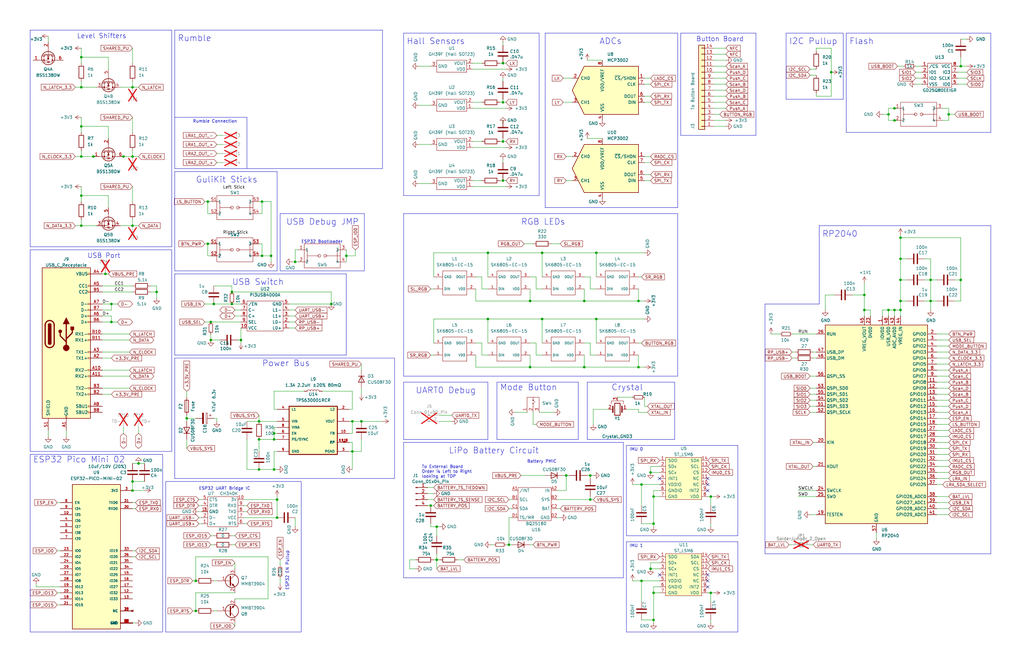
<source format=kicad_sch>
(kicad_sch (version 20230121) (generator eeschema)
  (paper "B")
  (title_block (title "ProGCC v3+ Main Board") (date "2019-12-18") (rev "0.1") (company "HHL"))
  (junction (at 115.57 198.12))
  (junction (at 97.79 128.27))
  (junction (at 364.49 124.46))
  (junction (at 39.37 66.04))
  (junction (at 46.99 128.27))
  (junction (at 400.05 48.26))
  (junction (at 88.9 135.89))
  (junction (at 392.43 118.11))
  (junction (at 251.46 134.62))
  (junction (at 270.51 245.11))
  (junction (at 377.19 45.72))
  (junction (at 205.74 134.62))
  (junction (at 248.92 200.66))
  (junction (at 184.15 222.25))
  (junction (at 212.09 59.69))
  (junction (at 132.08 -48.26))
  (junction (at 379.73 118.11))
  (junction (at 379.73 100.33))
  (junction (at 110.49 107.95))
  (junction (at 223.52 154.94))
  (junction (at 55.88 207.01))
  (junction (at 115.57 182.88))
  (junction (at 124.46 110.49))
  (junction (at 34.29 95.25))
  (junction (at 364.49 130.81))
  (junction (at 374.65 130.81))
  (junction (at 379.73 109.22))
  (junction (at 88.9 143.51))
  (junction (at 392.43 127))
  (junction (at 379.73 130.81))
  (junction (at 46.99 135.89))
  (junction (at 275.59 209.55))
  (junction (at 87.63 102.87))
  (junction (at 34.29 66.04))
  (junction (at 109.22 198.12))
  (junction (at 139.7 128.27))
  (junction (at 377.19 50.8))
  (junction (at 275.59 220.98))
  (junction (at 34.29 24.13))
  (junction (at 82.55 257.81))
  (junction (at 246.38 154.94))
  (junction (at 97.79 -71.12))
  (junction (at 223.52 127))
  (junction (at 251.46 106.68))
  (junction (at 374.65 48.26))
  (junction (at 78.74 176.53))
  (junction (at 228.6 134.62))
  (junction (at 212.09 43.18))
  (junction (at 64.77 -40.64))
  (junction (at 214.63 229.87))
  (junction (at 64.77 -48.26))
  (junction (at 109.22 177.8))
  (junction (at 109.22 185.42))
  (junction (at 238.76 200.66))
  (junction (at 275.59 250.19))
  (junction (at 101.6 143.51))
  (junction (at 184.15 236.22))
  (junction (at 212.09 76.2))
  (junction (at 92.71 -33.02))
  (junction (at 377.19 130.81))
  (junction (at 25.4 -33.02))
  (junction (at 350.52 30.48))
  (junction (at 34.29 36.83))
  (junction (at 87.63 85.09))
  (junction (at 379.73 127))
  (junction (at 82.55 245.11))
  (junction (at 246.38 127))
  (junction (at 275.59 261.62))
  (junction (at 90.17 128.27))
  (junction (at 115.57 185.42))
  (junction (at 405.13 118.11))
  (junction (at 181.61 213.36))
  (junction (at 148.59 177.8))
  (junction (at 110.49 85.09))
  (junction (at 248.92 210.82))
  (junction (at 114.3 107.95))
  (junction (at 270.51 204.47))
  (junction (at 132.08 -40.64))
  (junction (at 52.07 66.04))
  (junction (at 152.4 177.8))
  (junction (at 212.09 26.67))
  (junction (at 274.32 199.39))
  (junction (at 106.68 -71.12))
  (junction (at 116.84 210.82))
  (junction (at 55.88 36.83))
  (junction (at 148.59 190.5))
  (junction (at 205.74 106.68))
  (junction (at 97.79 123.19))
  (junction (at 269.24 154.94))
  (junction (at 299.72 209.55))
  (junction (at 55.88 95.25))
  (junction (at 299.72 250.19))
  (junction (at 58.42 195.58))
  (junction (at 55.88 66.04))
  (junction (at 146.05 107.95))
  (junction (at 269.24 127))
  (junction (at 44.45 115.57))
  (junction (at 106.68 -53.34))
  (junction (at 34.29 82.55))
  (junction (at 55.88 203.2))
  (junction (at 66.04 123.19))
  (junction (at 228.6 106.68))
  (junction (at 405.13 27.94))
  (junction (at 33.02 -44.45))
  (junction (at 116.84 218.44))
  (junction (at 274.32 240.03))
  (junction (at 34.29 53.34))
  (no_connect (at 298.45 242.57))
  (no_connect (at 298.45 204.47))
  (no_connect (at 298.45 245.11))
  (no_connect (at 298.45 207.01))
  (no_connect (at 278.13 242.57))
  (no_connect (at 298.45 201.93))
  (no_connect (at 298.45 247.65))
  (no_connect (at 278.13 201.93))
  (wire (pts (xy 116.84 180.34) (xy 115.57 180.34)))
  (wire (pts (xy 58.42 -29.21) (xy 60.96 -29.21)))
  (wire (pts (xy 25.4 -24.13) (xy 25.4 -22.86)))
  (wire (pts (xy 123.19 110.49) (xy 124.46 110.49)))
  (wire (pts (xy 250.19 200.66) (xy 248.92 200.66)))
  (wire (pts (xy 181.61 222.25) (xy 184.15 222.25)))
  (wire (pts (xy 97.79 229.87) (xy 99.06 229.87)))
  (wire (pts (xy 55.88 36.83) (xy 58.42 36.83)))
  (wire (pts (xy 152.4 185.42) (xy 152.4 190.5)))
  (wire (pts (xy 85.09 -71.12) (xy 87.63 -71.12)))
  (wire (pts (xy 55.88 203.2) (xy 55.88 207.01)))
  (wire (pts (xy 237.49 200.66) (xy 238.76 200.66)))
  (wire (pts (xy 210.82 43.18) (xy 212.09 43.18)))
  (wire (pts (xy 46.99 128.27) (xy 49.53 128.27)))
  (wire (pts (xy 270.51 204.47) (xy 278.13 204.47)))
  (wire (pts (xy 82.55 176.53) (xy 78.74 176.53)))
  (wire (pts (xy 405.13 118.11) (xy 405.13 127)))
  (wire (pts (xy 394.97 184.15) (xy 400.05 184.15)))
  (wire (pts (xy 275.59 250.19) (xy 275.59 261.62)))
  (wire (pts (xy 64.77 -40.64) (xy 71.12 -40.64)))
  (wire (pts (xy 106.68 -60.96) (xy 106.68 -53.34)))
  (wire (pts (xy 97.79 120.65) (xy 97.79 123.19)))
  (polyline (pts (xy 322.58 128.27) (xy 322.58 233.68)))
  (wire (pts (xy 55.88 207.01) (xy 60.96 207.01)))
  (wire (pts (xy 269.24 173.99) (xy 273.05 173.99)))
  (wire (pts (xy 394.97 168.91) (xy 400.05 168.91)))
  (wire (pts (xy 369.57 224.79) (xy 369.57 227.33)))
  (wire (pts (xy 87.63 107.95) (xy 88.9 107.95)))
  (wire (pts (xy 228.6 134.62) (xy 251.46 134.62)))
  (wire (pts (xy 27.94 181.61) (xy 27.94 184.15)))
  (wire (pts (xy 247.65 200.66) (xy 248.92 200.66)))
  (wire (pts (xy 45.72 87.63) (xy 45.72 82.55)))
  (wire (pts (xy 115.57 172.72) (xy 116.84 172.72)))
  (wire (pts (xy 92.71 -24.13) (xy 92.71 -22.86)))
  (wire (pts (xy 149.86 107.95) (xy 149.86 105.41)))
  (wire (pts (xy 182.88 106.68) (xy 205.74 106.68)))
  (wire (pts (xy 34.29 82.55) (xy 34.29 85.09)))
  (wire (pts (xy 182.88 116.84) (xy 182.88 106.68)))
  (wire (pts (xy 250.19 172.72) (xy 256.54 172.72)))
  (wire (pts (xy 386.08 35.56) (xy 388.62 35.56)))
  (wire (pts (xy 148.59 172.72) (xy 147.32 172.72)))
  (wire (pts (xy 99.06 133.35) (xy 101.6 133.35)))
  (wire (pts (xy 132.08 -48.26) (xy 127 -48.26)))
  (wire (pts (xy 394.97 212.09) (xy 400.05 212.09)))
  (wire (pts (xy 210.82 59.69) (xy 212.09 59.69)))
  (wire (pts (xy 212.09 67.31) (xy 212.09 68.58)))
  (wire (pts (xy 228.6 106.68) (xy 228.6 116.84)))
  (wire (pts (xy 35.56 -63.5) (xy 38.1 -63.5)))
  (wire (pts (xy 232.41 102.87) (xy 236.22 102.87)))
  (polyline (pts (xy 229.87 13.97) (xy 285.75 13.97)))
  (wire (pts (xy 270.51 254) (xy 270.51 245.11)))
  (wire (pts (xy 335.28 148.59) (xy 334.01 148.59)))
  (polyline (pts (xy 311.15 228.6) (xy 311.15 266.7)))
  (wire (pts (xy 200.66 154.94) (xy 200.66 149.86)))
  (wire (pts (xy 53.34 -67.31) (xy 55.88 -67.31)))
  (wire (pts (xy 214.63 210.82) (xy 215.9 210.82)))
  (wire (pts (xy 46.99 135.89) (xy 49.53 135.89)))
  (wire (pts (xy 341.63 173.99) (xy 344.17 173.99)))
  (wire (pts (xy 55.88 20.32) (xy 55.88 26.67)))
  (wire (pts (xy 344.17 207.01) (xy 336.55 207.01)))
  (wire (pts (xy 55.88 214.63) (xy 57.15 214.63)))
  (wire (pts (xy 219.71 200.66) (xy 229.87 200.66)))
  (wire (pts (xy 43.18 115.57) (xy 44.45 115.57)))
  (wire (pts (xy 63.5 123.19) (xy 66.04 123.19)))
  (wire (pts (xy 270.51 261.62) (xy 275.59 261.62)))
  (wire (pts (xy 394.97 176.53) (xy 400.05 176.53)))
  (wire (pts (xy 275.59 247.65) (xy 278.13 247.65)))
  (wire (pts (xy 344.17 151.13) (xy 342.9 151.13)))
  (wire (pts (xy 205.74 134.62) (xy 205.74 144.78)))
  (wire (pts (xy 181.61 220.98) (xy 181.61 222.25)))
  (polyline (pts (xy 209.55 185.42) (xy 209.55 161.29)))
  (wire (pts (xy 341.63 229.87) (xy 342.9 229.87)))
  (wire (pts (xy 374.65 45.72) (xy 374.65 48.26)))
  (wire (pts (xy 50.8 66.04) (xy 52.07 66.04)))
  (wire (pts (xy 121.92 135.89) (xy 124.46 135.89)))
  (wire (pts (xy 226.06 121.92) (xy 228.6 121.92)))
  (wire (pts (xy 199.39 59.69) (xy 203.2 59.69)))
  (wire (pts (xy 214.63 229.87) (xy 213.36 229.87)))
  (polyline (pts (xy 72.39 105.41) (xy 72.39 190.5)))
  (polyline (pts (xy 284.48 185.42) (xy 247.65 185.42)))
  (polyline (pts (xy 229.87 13.97) (xy 229.87 87.63)))
  (wire (pts (xy 127 -44.45) (xy 125.73 -44.45)))
  (polyline (pts (xy 170.18 161.29) (xy 170.18 185.42)))
  (wire (pts (xy 332.74 229.87) (xy 334.01 229.87)))
  (wire (pts (xy 306.07 30.48) (xy 300.99 30.48)))
  (wire (pts (xy 43.18 163.83) (xy 54.61 163.83)))
  (wire (pts (xy 379.73 127) (xy 379.73 130.81)))
  (wire (pts (xy 50.8 36.83) (xy 55.88 36.83)))
  (wire (pts (xy 59.69 -48.26) (xy 59.69 -44.45)))
  (wire (pts (xy 33.02 -54.61) (xy 33.02 -44.45)))
  (wire (pts (xy 106.68 -53.34) (xy 107.95 -53.34)))
  (wire (pts (xy 341.63 158.75) (xy 344.17 158.75)))
  (wire (pts (xy 212.09 59.69) (xy 213.36 59.69)))
  (wire (pts (xy 394.97 151.13) (xy 400.05 151.13)))
  (wire (pts (xy 43.18 123.19) (xy 55.88 123.19)))
  (wire (pts (xy 246.38 154.94) (xy 223.52 154.94)))
  (wire (pts (xy 109.22 185.42) (xy 115.57 185.42)))
  (wire (pts (xy 34.29 20.32) (xy 34.29 24.13)))
  (wire (pts (xy 199.39 29.21) (xy 213.36 29.21)))
  (wire (pts (xy 275.59 207.01) (xy 278.13 207.01)))
  (wire (pts (xy 35.56 -27.94) (xy 31.75 -27.94)))
  (wire (pts (xy 271.78 68.58) (xy 274.32 68.58)))
  (wire (pts (xy 99.06 262.89) (xy 99.06 264.16)))
  (wire (pts (xy 394.97 148.59) (xy 400.05 148.59)))
  (polyline (pts (xy 72.39 190.5) (xy 12.7 190.5)))
  (wire (pts (xy 264.16 172.72) (xy 269.24 172.72)))
  (wire (pts (xy 109.22 185.42) (xy 109.22 190.5)))
  (wire (pts (xy 394.97 209.55) (xy 400.05 209.55)))
  (wire (pts (xy 92.71 -31.75) (xy 92.71 -33.02)))
  (wire (pts (xy 394.97 166.37) (xy 400.05 166.37)))
  (wire (pts (xy 223.52 229.87) (xy 224.79 229.87)))
  (wire (pts (xy 271.78 66.04) (xy 274.32 66.04)))
  (wire (pts (xy 82.55 250.19) (xy 99.06 250.19)))
  (wire (pts (xy 115.57 165.1) (xy 115.57 172.72)))
  (wire (pts (xy 40.64 95.25) (xy 34.29 95.25)))
  (wire (pts (xy 55.88 203.2) (xy 60.96 203.2)))
  (wire (pts (xy 298.45 250.19) (xy 299.72 250.19)))
  (polyline (pts (xy 170.18 82.55) (xy 227.33 82.55)))
  (wire (pts (xy 87.63 85.09) (xy 88.9 85.09)))
  (wire (pts (xy 306.07 35.56) (xy 300.99 35.56)))
  (polyline (pts (xy 205.74 185.42) (xy 205.74 161.29)))
  (wire (pts (xy 97.79 -71.12) (xy 97.79 -68.58)))
  (wire (pts (xy 25.4 -31.75) (xy 25.4 -33.02)))
  (wire (pts (xy 135.89 165.1) (xy 148.59 165.1)))
  (wire (pts (xy 306.07 38.1) (xy 300.99 38.1)))
  (wire (pts (xy 306.07 40.64) (xy 300.99 40.64)))
  (wire (pts (xy 364.49 119.38) (xy 364.49 124.46)))
  (wire (pts (xy 394.97 171.45) (xy 400.05 171.45)))
  (polyline (pts (xy 170.18 185.42) (xy 205.74 185.42)))
  (wire (pts (xy 203.2 144.78) (xy 203.2 149.86)))
  (wire (pts (xy 43.18 156.21) (xy 54.61 156.21)))
  (wire (pts (xy 248.92 210.82) (xy 250.19 210.82)))
  (polyline (pts (xy 170.18 90.17) (xy 170.18 158.75)))
  (wire (pts (xy 115.57 190.5) (xy 116.84 190.5)))
  (wire (pts (xy 176.53 27.94) (xy 181.61 27.94)))
  (wire (pts (xy 50.8 95.25) (xy 55.88 95.25)))
  (wire (pts (xy 86.36 128.27) (xy 90.17 128.27)))
  (wire (pts (xy 85.09 -44.45) (xy 102.87 -44.45)))
  (polyline (pts (xy 247.65 161.29) (xy 284.48 161.29)))
  (wire (pts (xy 234.95 214.63) (xy 236.22 214.63)))
  (wire (pts (xy 389.89 118.11) (xy 392.43 118.11)))
  (wire (pts (xy 121.92 133.35) (xy 124.46 133.35)))
  (wire (pts (xy 341.63 171.45) (xy 344.17 171.45)))
  (wire (pts (xy 46.99 130.81) (xy 46.99 128.27)))
  (wire (pts (xy 43.18 133.35) (xy 46.99 133.35)))
  (wire (pts (xy 234.95 207.01) (xy 238.76 207.01)))
  (wire (pts (xy 55.88 234.95) (xy 57.15 234.95)))
  (wire (pts (xy 226.06 144.78) (xy 226.06 149.86)))
  (wire (pts (xy 53.34 -71.12) (xy 55.88 -71.12)))
  (wire (pts (xy 55.88 95.25) (xy 58.42 95.25)))
  (wire (pts (xy 83.82 218.44) (xy 85.09 218.44)))
  (wire (pts (xy 66.04 123.19) (xy 66.04 125.73)))
  (polyline (pts (xy 73.66 151.13) (xy 166.37 151.13)))
  (polyline (pts (xy 318.77 13.97) (xy 318.77 57.15)))
  (wire (pts (xy 278.13 196.85) (xy 274.32 196.85)))
  (wire (pts (xy 303.53 48.26) (xy 300.99 48.26)))
  (wire (pts (xy 58.42 180.34) (xy 58.42 182.88)))
  (wire (pts (xy 180.34 208.28) (xy 182.88 208.28)))
  (wire (pts (xy 118.11 243.84) (xy 118.11 246.38)))
  (wire (pts (xy 132.08 -48.26) (xy 139.7 -48.26)))
  (wire (pts (xy 394.97 186.69) (xy 400.05 186.69)))
  (wire (pts (xy 64.77 -48.26) (xy 59.69 -48.26)))
  (polyline (pts (xy 345.44 95.25) (xy 345.44 128.27)))
  (wire (pts (xy 87.63 90.17) (xy 88.9 90.17)))
  (wire (pts (xy 278.13 237.49) (xy 274.32 237.49)))
  (wire (pts (xy 46.99 133.35) (xy 46.99 135.89)))
  (wire (pts (xy 24.13 -40.64) (xy 35.56 -40.64)))
  (wire (pts (xy 34.29 36.83) (xy 34.29 34.29)))
  (wire (pts (xy 97.79 128.27) (xy 101.6 128.27)))
  (wire (pts (xy 392.43 109.22) (xy 392.43 118.11)))
  (wire (pts (xy 115.57 198.12) (xy 116.84 198.12)))
  (wire (pts (xy 115.57 190.5) (xy 115.57 198.12)))
  (polyline (pts (xy 73.66 12.7) (xy 161.29 12.7)))
  (wire (pts (xy 403.86 27.94) (xy 405.13 27.94)))
  (wire (pts (xy 269.24 116.84) (xy 270.51 116.84)))
  (wire (pts (xy 95.25 -71.12) (xy 97.79 -71.12)))
  (wire (pts (xy 86.36 135.89) (xy 88.9 135.89)))
  (wire (pts (xy 306.07 43.18) (xy 300.99 43.18)))
  (wire (pts (xy 185.42 175.26) (xy 190.5 175.26)))
  (wire (pts (xy 403.86 33.02) (xy 407.67 33.02)))
  (wire (pts (xy 58.42 -40.64) (xy 64.77 -40.64)))
  (wire (pts (xy 271.78 171.45) (xy 273.05 171.45)))
  (wire (pts (xy 205.74 106.68) (xy 205.74 116.84)))
  (wire (pts (xy 44.45 115.57) (xy 45.72 115.57)))
  (polyline (pts (xy 166.37 201.93) (xy 73.66 201.93)))
  (wire (pts (xy 394.97 189.23) (xy 400.05 189.23)))
  (wire (pts (xy 31.75 -19.05) (xy 31.75 -16.51)))
  (wire (pts (xy 205.74 106.68) (xy 228.6 106.68)))
  (wire (pts (xy 260.35 167.64) (xy 266.7 167.64)))
  (wire (pts (xy 251.46 134.62) (xy 271.78 134.62)))
  (polyline (pts (xy 318.77 57.15) (xy 287.02 57.15)))
  (wire (pts (xy 25.4 -33.02) (xy 35.56 -33.02)))
  (wire (pts (xy 351.79 124.46) (xy 347.98 124.46)))
  (wire (pts (xy 31.75 66.04) (xy 34.29 66.04)))
  (wire (pts (xy 55.88 232.41) (xy 57.15 232.41)))
  (wire (pts (xy 275.59 209.55) (xy 278.13 209.55)))
  (wire (pts (xy 270.51 245.11) (xy 278.13 245.11)))
  (wire (pts (xy 152.4 177.8) (xy 161.29 177.8)))
  (wire (pts (xy 234.95 210.82) (xy 248.92 210.82)))
  (wire (pts (xy 59.69 -44.45) (xy 58.42 -44.45)))
  (wire (pts (xy 306.07 33.02) (xy 300.99 33.02)))
  (polyline (pts (xy 287.02 13.97) (xy 287.02 57.15)))
  (wire (pts (xy 215.9 218.44) (xy 214.63 218.44)))
  (wire (pts (xy 40.64 66.04) (xy 39.37 66.04)))
  (wire (pts (xy 379.73 127) (xy 382.27 127)))
  (wire (pts (xy 34.29 24.13) (xy 34.29 26.67)))
  (wire (pts (xy 392.43 127) (xy 392.43 130.81)))
  (wire (pts (xy 152.4 163.83) (xy 152.4 166.37)))
  (wire (pts (xy 341.63 217.17) (xy 344.17 217.17)))
  (wire (pts (xy 405.13 100.33) (xy 405.13 118.11)))
  (wire (pts (xy 274.32 237.49) (xy 274.32 240.03)))
  (wire (pts (xy 274.32 240.03) (xy 278.13 240.03)))
  (wire (pts (xy 386.08 30.48) (xy 388.62 30.48)))
  (wire (pts (xy 226.06 149.86) (xy 228.6 149.86)))
  (wire (pts (xy 20.32 -44.45) (xy 22.86 -44.45)))
  (wire (pts (xy 394.97 158.75) (xy 400.05 158.75)))
  (wire (pts (xy 148.59 186.69) (xy 147.32 186.69)))
  (wire (pts (xy 199.39 43.18) (xy 203.2 43.18)))
  (wire (pts (xy 181.61 149.86) (xy 182.88 149.86)))
  (wire (pts (xy 389.89 109.22) (xy 392.43 109.22)))
  (wire (pts (xy 124.46 105.41) (xy 124.46 110.49)))
  (wire (pts (xy 347.98 124.46) (xy 347.98 130.81)))
  (polyline (pts (xy 73.66 173.99) (xy 73.66 151.13)))
  (wire (pts (xy 247.65 58.42) (xy 254 58.42)))
  (wire (pts (xy 394.97 196.85) (xy 400.05 196.85)))
  (wire (pts (xy 238.76 200.66) (xy 240.03 200.66)))
  (wire (pts (xy 102.87 220.98) (xy 104.14 220.98)))
  (wire (pts (xy 377.19 50.8) (xy 374.65 50.8)))
  (wire (pts (xy 55.88 95.25) (xy 55.88 92.71)))
  (wire (pts (xy 55.88 212.09) (xy 57.15 212.09)))
  (wire (pts (xy 400.05 45.72) (xy 400.05 48.26)))
  (polyline (pts (xy 227.33 82.55) (xy 227.33 13.97)))
  (wire (pts (xy 246.38 154.94) (xy 246.38 149.86)))
  (wire (pts (xy 344.17 39.37) (xy 344.17 40.64)))
  (wire (pts (xy 175.26 240.03) (xy 172.72 240.03)))
  (wire (pts (xy 237.49 43.18) (xy 241.3 43.18)))
  (polyline (pts (xy 417.83 55.88) (xy 356.87 55.88)))
  (wire (pts (xy 269.24 144.78) (xy 270.51 144.78)))
  (wire (pts (xy 81.28 245.11) (xy 82.55 245.11)))
  (wire (pts (xy 43.18 130.81) (xy 46.99 130.81)))
  (wire (pts (xy 102.87 210.82) (xy 116.84 210.82)))
  (wire (pts (xy 246.38 116.84) (xy 248.92 116.84)))
  (wire (pts (xy 405.13 100.33) (xy 379.73 100.33)))
  (wire (pts (xy 78.74 185.42) (xy 78.74 189.23)))
  (polyline (pts (xy 285.75 90.17) (xy 285.75 158.75)))
  (wire (pts (xy 275.59 250.19) (xy 278.13 250.19)))
  (wire (pts (xy 181.61 121.92) (xy 182.88 121.92)))
  (polyline (pts (xy 247.65 161.29) (xy 247.65 185.42)))
  (wire (pts (xy 238.76 66.04) (xy 241.3 66.04)))
  (wire (pts (xy 394.97 140.97) (xy 400.05 140.97)))
  (wire (pts (xy 24.13 250.19) (xy 25.4 250.19)))
  (wire (pts (xy 104.14 198.12) (xy 109.22 198.12)))
  (wire (pts (xy 379.73 109.22) (xy 379.73 118.11)))
  (wire (pts (xy 102.87 213.36) (xy 104.14 213.36)))
  (wire (pts (xy 374.65 130.81) (xy 377.19 130.81)))
  (wire (pts (xy 341.63 29.21) (xy 344.17 29.21)))
  (polyline (pts (xy 243.84 161.29) (xy 209.55 161.29)))
  (wire (pts (xy 128.27 165.1) (xy 115.57 165.1)))
  (wire (pts (xy 306.07 22.86) (xy 300.99 22.86)))
  (wire (pts (xy 97.79 226.06) (xy 99.06 226.06)))
  (wire (pts (xy 92.71 -33.02) (xy 102.87 -33.02)))
  (wire (pts (xy 55.88 195.58) (xy 58.42 195.58)))
  (wire (pts (xy 374.65 130.81) (xy 374.65 133.35)))
  (polyline (pts (xy 73.66 114.3) (xy 73.66 72.39)))
  (wire (pts (xy 271.78 35.56) (xy 274.32 35.56)))
  (polyline (pts (xy 417.83 13.97) (xy 417.83 55.88)))
  (wire (pts (xy 379.73 118.11) (xy 379.73 127)))
  (wire (pts (xy 146.05 105.41) (xy 146.05 107.95)))
  (wire (pts (xy 392.43 118.11) (xy 392.43 127)))
  (wire (pts (xy 106.68 -71.12) (xy 107.95 -71.12)))
  (wire (pts (xy 378.46 50.8) (xy 377.19 50.8)))
  (wire (pts (xy 394.97 179.07) (xy 400.05 179.07)))
  (wire (pts (xy 299.72 261.62) (xy 299.72 262.89)))
  (wire (pts (xy 31.75 -27.94) (xy 31.75 -26.67)))
  (wire (pts (xy 274.32 199.39) (xy 278.13 199.39)))
  (wire (pts (xy 210.82 26.67) (xy 212.09 26.67)))
  (wire (pts (xy 99.06 130.81) (xy 101.6 130.81)))
  (wire (pts (xy 55.88 262.89) (xy 57.15 262.89)))
  (wire (pts (xy 83.82 213.36) (xy 85.09 213.36)))
  (wire (pts (xy 55.88 78.74) (xy 55.88 85.09)))
  (wire (pts (xy 91.44 -40.64) (xy 102.87 -40.64)))
  (wire (pts (xy 212.09 26.67) (xy 213.36 26.67)))
  (wire (pts (xy 55.88 36.83) (xy 55.88 34.29)))
  (wire (pts (xy 271.78 40.64) (xy 274.32 40.64)))
  (wire (pts (xy 379.73 99.06) (xy 379.73 100.33)))
  (wire (pts (xy 394.97 181.61) (xy 400.05 181.61)))
  (wire (pts (xy 124.46 110.49) (xy 125.73 110.49)))
  (polyline (pts (xy 73.66 49.53) (xy 104.14 49.53)))
  (wire (pts (xy 237.49 33.02) (xy 241.3 33.02)))
  (wire (pts (xy 394.97 214.63) (xy 400.05 214.63)))
  (wire (pts (xy 344.17 209.55) (xy 336.55 209.55)))
  (polyline (pts (xy 264.16 187.96) (xy 264.16 226.06)))
  (wire (pts (xy 248.92 149.86) (xy 251.46 149.86)))
  (wire (pts (xy 342.9 186.69) (xy 344.17 186.69)))
  (wire (pts (xy 378.46 45.72) (xy 377.19 45.72)))
  (wire (pts (xy 203.2 121.92) (xy 205.74 121.92)))
  (wire (pts (xy 405.13 27.94) (xy 407.67 27.94)))
  (wire (pts (xy 110.49 102.87) (xy 110.49 107.95)))
  (wire (pts (xy 176.53 60.96) (xy 181.61 60.96)))
  (wire (pts (xy 180.34 213.36) (xy 181.61 213.36)))
  (wire (pts (xy 364.49 130.81) (xy 364.49 133.35)))
  (wire (pts (xy 223.52 127) (xy 200.66 127)))
  (wire (pts (xy 223.52 154.94) (xy 200.66 154.94)))
  (wire (pts (xy 88.9 229.87) (xy 90.17 229.87)))
  (wire (pts (xy 91.44 177.8) (xy 91.44 176.53)))
  (wire (pts (xy 212.09 34.29) (xy 212.09 33.02)))
  (polyline (pts (xy 73.66 72.39) (xy 116.84 72.39)))
  (polyline (pts (xy 264.16 228.6) (xy 264.16 266.7)))
  (wire (pts (xy 148.59 165.1) (xy 148.59 172.72)))
  (wire (pts (xy 203.2 116.84) (xy 203.2 121.92)))
  (wire (pts (xy 269.24 172.72) (xy 269.24 173.99)))
  (wire (pts (xy 344.17 148.59) (xy 342.9 148.59)))
  (wire (pts (xy 152.4 153.67) (xy 152.4 156.21)))
  (wire (pts (xy 184.15 226.06) (xy 184.15 222.25)))
  (wire (pts (xy 405.13 127) (xy 402.59 127)))
  (wire (pts (xy 33.02 -44.45) (xy 35.56 -44.45)))
  (wire (pts (xy 43.18 151.13) (xy 46.99 151.13)))
  (wire (pts (xy 55.88 49.53) (xy 55.88 55.88)))
  (wire (pts (xy 350.52 40.64) (xy 350.52 30.48)))
  (wire (pts (xy 350.52 20.32) (xy 350.52 30.48)))
  (wire (pts (xy 184.15 233.68) (xy 184.15 236.22)))
  (wire (pts (xy 124.46 222.25) (xy 124.46 218.44)))
  (polyline (pts (xy 73.66 173.99) (xy 73.66 201.93)))
  (wire (pts (xy 109.22 175.26) (xy 109.22 177.8)))
  (wire (pts (xy 300.99 50.8) (xy 306.07 50.8)))
  (wire (pts (xy 91.44 68.58) (xy 93.98 68.58)))
  (wire (pts (xy 182.88 134.62) (xy 205.74 134.62)))
  (wire (pts (xy 394.97 217.17) (xy 400.05 217.17)))
  (wire (pts (xy 148.59 186.69) (xy 148.59 190.5)))
  (wire (pts (xy 210.82 76.2) (xy 212.09 76.2)))
  (wire (pts (xy 247.65 25.4) (xy 254 25.4)))
  (wire (pts (xy 43.18 128.27) (xy 46.99 128.27)))
  (wire (pts (xy 300.99 53.34) (xy 306.07 53.34)))
  (wire (pts (xy 43.18 158.75) (xy 54.61 158.75)))
  (wire (pts (xy 116.84 218.44) (xy 116.84 210.82)))
  (wire (pts (xy 402.59 118.11) (xy 405.13 118.11)))
  (wire (pts (xy 238.76 200.66) (xy 238.76 207.01)))
  (wire (pts (xy 43.18 166.37) (xy 46.99 166.37)))
  (wire (pts (xy 152.4 190.5) (xy 148.59 190.5)))
  (wire (pts (xy 275.59 207.01) (xy 275.59 209.55)))
  (wire (pts (xy 226.06 179.07) (xy 224.79 179.07)))
  (wire (pts (xy 185.42 177.8) (xy 190.5 177.8)))
  (wire (pts (xy 227.33 173.99) (xy 233.68 173.99)))
  (wire (pts (xy 24.13 255.27) (xy 25.4 255.27)))
  (wire (pts (xy 226.06 116.84) (xy 226.06 121.92)))
  (wire (pts (xy 90.17 128.27) (xy 97.79 128.27)))
  (wire (pts (xy 90.17 257.81) (xy 91.44 257.81)))
  (wire (pts (xy 372.11 130.81) (xy 374.65 130.81)))
  (wire (pts (xy 172.72 240.03) (xy 172.72 236.22)))
  (wire (pts (xy 234.95 218.44) (xy 236.22 218.44)))
  (wire (pts (xy 200.66 144.78) (xy 203.2 144.78)))
  (wire (pts (xy 341.63 168.91) (xy 344.17 168.91)))
  (wire (pts (xy 207.01 229.87) (xy 208.28 229.87)))
  (wire (pts (xy 113.03 252.73) (xy 113.03 234.95)))
  (wire (pts (xy 248.92 209.55) (xy 248.92 210.82)))
  (wire (pts (xy 15.24 247.65) (xy 15.24 246.38)))
  (wire (pts (xy 184.15 240.03) (xy 184.15 236.22)))
  (wire (pts (xy 66.04 120.65) (xy 66.04 123.19)))
  (wire (pts (xy 114.3 85.09) (xy 114.3 107.95)))
  (wire (pts (xy 109.22 102.87) (xy 110.49 102.87)))
  (polyline (pts (xy 170.18 13.97) (xy 170.18 82.55)))
  (wire (pts (xy 85.09 -44.45) (xy 85.09 -54.61)))
  (wire (pts (xy 377.19 45.72) (xy 374.65 45.72)))
  (wire (pts (xy 238.76 76.2) (xy 241.3 76.2)))
  (wire (pts (xy 139.7 123.19) (xy 139.7 128.27)))
  (wire (pts (xy 372.11 48.26) (xy 374.65 48.26)))
  (wire (pts (xy 99.06 -19.05) (xy 99.06 -16.51)))
  (wire (pts (xy 87.63 85.09) (xy 87.63 90.17)))
  (wire (pts (xy 223.52 116.84) (xy 226.06 116.84)))
  (wire (pts (xy 220.98 102.87) (xy 224.79 102.87)))
  (wire (pts (xy 223.52 144.78) (xy 226.06 144.78)))
  (wire (pts (xy 100.33 143.51) (xy 101.6 143.51)))
  (wire (pts (xy 344.17 40.64) (xy 350.52 40.64)))
  (wire (pts (xy 246.38 127) (xy 246.38 121.92)))
  (wire (pts (xy 246.38 127) (xy 223.52 127)))
  (wire (pts (xy 115.57 185.42) (xy 116.84 185.42)))
  (wire (pts (xy 394.97 163.83) (xy 400.05 163.83)))
  (polyline (pts (xy 209.55 185.42) (xy 243.84 185.42)))
  (polyline (pts (xy 356.87 13.97) (xy 356.87 55.88)))
  (wire (pts (xy 86.36 102.87) (xy 87.63 102.87)))
  (wire (pts (xy 45.72 53.34) (xy 34.29 53.34)))
  (polyline (pts (xy 322.58 128.27) (xy 345.44 128.27)))
  (wire (pts (xy 378.46 27.94) (xy 381 27.94)))
  (polyline (pts (xy 73.66 114.3) (xy 116.84 114.3)))
  (polyline (pts (xy 12.7 105.41) (xy 72.39 105.41)))
  (wire (pts (xy 148.59 177.8) (xy 152.4 177.8)))
  (wire (pts (xy 400.05 50.8) (xy 400.05 48.26)))
  (wire (pts (xy 306.07 45.72) (xy 300.99 45.72)))
  (wire (pts (xy 147.32 177.8) (xy 148.59 177.8)))
  (wire (pts (xy 35.56 -71.12) (xy 38.1 -71.12)))
  (wire (pts (xy 394.97 153.67) (xy 400.05 153.67)))
  (polyline (pts (xy 285.75 158.75) (xy 170.18 158.75)))
  (wire (pts (xy 83.82 220.98) (xy 85.09 220.98)))
  (wire (pts (xy 200.66 127) (xy 200.66 121.92)))
  (wire (pts (xy 45.72 29.21) (xy 45.72 24.13)))
  (wire (pts (xy 118.11 236.22) (xy 118.11 238.76)))
  (wire (pts (xy 299.72 250.19) (xy 300.99 250.19)))
  (wire (pts (xy 379.73 130.81) (xy 379.73 133.35)))
  (wire (pts (xy 199.39 78.74) (xy 213.36 78.74)))
  (wire (pts (xy 199.39 62.23) (xy 213.36 62.23)))
  (wire (pts (xy 63.5 120.65) (xy 66.04 120.65)))
  (wire (pts (xy 248.92 116.84) (xy 248.92 121.92)))
  (wire (pts (xy 88.9 135.89) (xy 101.6 135.89)))
  (wire (pts (xy 83.82 210.82) (xy 85.09 210.82)))
  (wire (pts (xy 102.87 218.44) (xy 116.84 218.44)))
  (wire (pts (xy 394.97 194.31) (xy 400.05 194.31)))
  (wire (pts (xy 248.92 200.66) (xy 248.92 201.93)))
  (wire (pts (xy 299.72 209.55) (xy 300.99 209.55)))
  (polyline (pts (xy 356.87 13.97) (xy 417.83 13.97)))
  (wire (pts (xy 246.38 144.78) (xy 248.92 144.78)))
  (wire (pts (xy 212.09 17.78) (xy 212.09 19.05)))
  (wire (pts (xy 377.19 130.81) (xy 379.73 130.81)))
  (wire (pts (xy 212.09 43.18) (xy 213.36 43.18)))
  (polyline (pts (xy 243.84 185.42) (xy 243.84 161.29)))
  (wire (pts (xy 104.14 177.8) (xy 109.22 177.8)))
  (wire (pts (xy 116.84 209.55) (xy 116.84 210.82)))
  (wire (pts (xy 87.63 102.87) (xy 87.63 107.95)))
  (wire (pts (xy 405.13 16.51) (xy 407.67 16.51)))
  (polyline (pts (xy 264.16 187.96) (xy 311.15 187.96)))
  (wire (pts (xy 40.64 36.83) (xy 34.29 36.83)))
  (wire (pts (xy 306.07 27.94) (xy 300.99 27.94)))
  (wire (pts (xy 341.63 163.83) (xy 344.17 163.83)))
  (wire (pts (xy 266.7 204.47) (xy 270.51 204.47)))
  (wire (pts (xy 224.79 173.99) (xy 224.79 179.07)))
  (wire (pts (xy 271.78 154.94) (xy 269.24 154.94)))
  (wire (pts (xy 97.79 -53.34) (xy 106.68 -53.34)))
  (wire (pts (xy 223.52 154.94) (xy 223.52 149.86)))
  (wire (pts (xy 266.7 245.11) (xy 270.51 245.11)))
  (wire (pts (xy 212.09 41.91) (xy 212.09 43.18)))
  (wire (pts (xy 382.27 109.22) (xy 379.73 109.22)))
  (wire (pts (xy 392.43 127) (xy 389.89 127)))
  (wire (pts (xy 99.06 252.73) (xy 113.03 252.73)))
  (wire (pts (xy 394.97 204.47) (xy 397.51 204.47)))
  (wire (pts (xy 110.49 107.95) (xy 109.22 107.95)))
  (wire (pts (xy 102.87 215.9) (xy 104.14 215.9)))
  (wire (pts (xy 269.24 154.94) (xy 246.38 154.94)))
  (wire (pts (xy 394.97 146.05) (xy 400.05 146.05)))
  (wire (pts (xy 275.59 209.55) (xy 275.59 220.98)))
  (wire (pts (xy 394.97 201.93) (xy 400.05 201.93)))
  (wire (pts (xy 403.86 35.56) (xy 407.67 35.56)))
  (wire (pts (xy 298.45 209.55) (xy 299.72 209.55)))
  (wire (pts (xy 184.15 222.25) (xy 185.42 222.25)))
  (wire (pts (xy 374.65 50.8) (xy 374.65 48.26)))
  (wire (pts (xy 53.34 -63.5) (xy 55.88 -63.5)))
  (wire (pts (xy 121.92 130.81) (xy 124.46 130.81)))
  (wire (pts (xy 400.05 48.26) (xy 402.59 48.26)))
  (wire (pts (xy 228.6 106.68) (xy 251.46 106.68)))
  (polyline (pts (xy 166.37 151.13) (xy 166.37 201.93)))
  (wire (pts (xy 121.92 138.43) (xy 124.46 138.43)))
  (wire (pts (xy 386.08 27.94) (xy 388.62 27.94)))
  (wire (pts (xy 146.05 107.95) (xy 146.05 110.49)))
  (wire (pts (xy 20.32 15.24) (xy 20.32 17.78)))
  (wire (pts (xy 106.68 -68.58) (xy 106.68 -71.12)))
  (wire (pts (xy 271.78 73.66) (xy 274.32 73.66)))
  (wire (pts (xy 148.59 190.5) (xy 147.32 190.5)))
  (polyline (pts (xy 417.83 95.25) (xy 345.44 95.25)))
  (wire (pts (xy 270.51 220.98) (xy 275.59 220.98)))
  (wire (pts (xy 24.13 232.41) (xy 25.4 232.41)))
  (wire (pts (xy 109.22 177.8) (xy 116.84 177.8)))
  (wire (pts (xy 34.29 66.04) (xy 34.29 63.5)))
  (wire (pts (xy 110.49 85.09) (xy 114.3 85.09)))
  (wire (pts (xy 114.3 107.95) (xy 114.3 110.49)))
  (wire (pts (xy 403.86 30.48) (xy 407.67 30.48)))
  (wire (pts (xy 88.9 143.51) (xy 92.71 143.51)))
  (polyline (pts (xy 287.02 13.97) (xy 318.77 13.97)))
  (wire (pts (xy 127 -48.26) (xy 127 -44.45)))
  (wire (pts (xy 91.44 57.15) (xy 93.98 57.15)))
  (wire (pts (xy 125.73 -40.64) (xy 132.08 -40.64)))
  (wire (pts (xy 91.44 176.53) (xy 90.17 176.53)))
  (wire (pts (xy 35.56 -67.31) (xy 38.1 -67.31)))
  (wire (pts (xy 86.36 85.09) (xy 87.63 85.09)))
  (wire (pts (xy 248.92 121.92) (xy 251.46 121.92)))
  (wire (pts (xy 364.49 124.46) (xy 364.49 130.81)))
  (wire (pts (xy 394.97 199.39) (xy 400.05 199.39)))
  (wire (pts (xy 184.15 236.22) (xy 182.88 236.22)))
  (wire (pts (xy 176.53 44.45) (xy 181.61 44.45)))
  (wire (pts (xy 306.07 20.32) (xy 300.99 20.32)))
  (polyline (pts (xy 227.33 13.97) (xy 170.18 13.97)))
  (wire (pts (xy 364.49 130.81) (xy 367.03 130.81)))
  (wire (pts (xy 269.24 154.94) (xy 269.24 149.86)))
  (wire (pts (xy 193.04 236.22) (xy 195.58 236.22)))
  (wire (pts (xy 299.72 209.55) (xy 299.72 213.36)))
  (wire (pts (xy 52.07 66.04) (xy 55.88 66.04)))
  (wire (pts (xy 99.06 -27.94) (xy 99.06 -26.67)))
  (polyline (pts (xy 205.74 161.29) (xy 170.18 161.29)))
  (wire (pts (xy 25.4 247.65) (xy 15.24 247.65)))
  (wire (pts (xy 97.79 -71.12) (xy 106.68 -71.12)))
  (wire (pts (xy 121.92 128.27) (xy 139.7 128.27)))
  (wire (pts (xy 102.87 -27.94) (xy 99.06 -27.94)))
  (wire (pts (xy 20.32 181.61) (xy 20.32 184.15)))
  (wire (pts (xy 43.18 120.65) (xy 55.88 120.65)))
  (polyline (pts (xy 285.75 87.63) (xy 229.87 87.63)))
  (wire (pts (xy 200.66 116.84) (xy 203.2 116.84)))
  (wire (pts (xy 146.05 107.95) (xy 149.86 107.95)))
  (wire (pts (xy 335.28 151.13) (xy 334.01 151.13)))
  (wire (pts (xy 325.12 140.97) (xy 328.93 140.97)))
  (wire (pts (xy 125.73 -29.21) (xy 128.27 -29.21)))
  (wire (pts (xy 132.08 -40.64) (xy 138.43 -40.64)))
  (wire (pts (xy 87.63 102.87) (xy 88.9 102.87)))
  (wire (pts (xy 34.29 78.74) (xy 34.29 82.55)))
  (wire (pts (xy 43.18 143.51) (xy 54.61 143.51)))
  (wire (pts (xy 223.52 127) (xy 223.52 121.92)))
  (polyline (pts (xy 264.16 228.6) (xy 311.15 228.6)))
  (wire (pts (xy 78.74 165.1) (xy 78.74 167.64)))
  (wire (pts (xy 43.18 148.59) (xy 54.61 148.59)))
  (wire (pts (xy 24.13 -33.02) (xy 25.4 -33.02)))
  (wire (pts (xy 113.03 234.95) (xy 82.55 234.95)))
  (wire (pts (xy 88.9 226.06) (xy 90.17 226.06)))
  (wire (pts (xy 271.78 76.2) (xy 274.32 76.2)))
  (polyline (pts (xy 73.66 38.1) (xy 73.66 12.7)))
  (wire (pts (xy 55.88 66.04) (xy 58.42 66.04)))
  (wire (pts (xy 52.07 180.34) (xy 52.07 182.88)))
  (polyline (pts (xy 322.58 233.68) (xy 417.83 233.68)))
  (wire (pts (xy 83.82 215.9) (xy 85.09 215.9)))
  (wire (pts (xy 91.44 60.96) (xy 93.98 60.96)))
  (wire (pts (xy 58.42 -33.02) (xy 60.96 -33.02)))
  (wire (pts (xy 372.11 133.35) (xy 372.11 130.81)))
  (wire (pts (xy 115.57 182.88) (xy 115.57 185.42)))
  (wire (pts (xy 251.46 134.62) (xy 251.46 144.78)))
  (wire (pts (xy 125.73 -33.02) (xy 128.27 -33.02)))
  (wire (pts (xy 45.72 58.42) (xy 45.72 53.34)))
  (wire (pts (xy 392.43 118.11) (xy 394.97 118.11)))
  (wire (pts (xy 269.24 127) (xy 246.38 127)))
  (wire (pts (xy 386.08 33.02) (xy 388.62 33.02)))
  (wire (pts (xy 271.78 33.02) (xy 274.32 33.02)))
  (wire (pts (xy 78.74 176.53) (xy 78.74 177.8)))
  (wire (pts (xy 214.63 214.63) (xy 215.9 214.63)))
  (wire (pts (xy 271.78 43.18) (xy 274.32 43.18)))
  (wire (pts (xy 78.74 175.26) (xy 78.74 176.53)))
  (wire (pts (xy 199.39 76.2) (xy 203.2 76.2)))
  (wire (pts (xy 212.09 58.42) (xy 212.09 59.69)))
  (wire (pts (xy 306.07 25.4) (xy 300.99 25.4)))
  (wire (pts (xy 275.59 222.25) (xy 275.59 220.98)))
  (wire (pts (xy 148.59 190.5) (xy 148.59 198.12)))
  (wire (pts (xy 397.51 50.8) (xy 400.05 50.8)))
  (wire (pts (xy 109.22 85.09) (xy 110.49 85.09)))
  (wire (pts (xy 394.97 161.29) (xy 400.05 161.29)))
  (wire (pts (xy 97.79 -60.96) (xy 97.79 -53.34)))
  (polyline (pts (xy 311.15 226.06) (xy 264.16 226.06)))
  (wire (pts (xy 110.49 107.95) (xy 114.3 107.95)))
  (polyline (pts (xy 72.39 12.7) (xy 72.39 104.14)))
  (wire (pts (xy 392.43 127) (xy 394.97 127)))
  (wire (pts (xy 271.78 127) (xy 269.24 127)))
  (wire (pts (xy 64.77 -48.26) (xy 72.39 -48.26)))
  (polyline (pts (xy 311.15 266.7) (xy 264.16 266.7)))
  (wire (pts (xy 199.39 45.72) (xy 213.36 45.72)))
  (wire (pts (xy 377.19 130.81) (xy 377.19 133.35)))
  (wire (pts (xy 45.72 24.13) (xy 34.29 24.13)))
  (polyline (pts (xy 12.7 105.41) (xy 12.7 190.5)))
  (wire (pts (xy 147.32 182.88) (xy 148.59 182.88)))
  (polyline (pts (xy 72.39 104.14) (xy 12.7 104.14)))
  (wire (pts (xy 58.42 195.58) (xy 60.96 195.58)))
  (wire (pts (xy 271.78 167.64) (xy 271.78 171.45)))
  (wire (pts (xy 217.17 173.99) (xy 222.25 173.99)))
  (wire (pts (xy 31.75 95.25) (xy 34.29 95.25)))
  (polyline (pts (xy 12.7 12.7) (xy 72.39 12.7)))
  (wire (pts (xy 214.63 218.44) (xy 214.63 229.87)))
  (wire (pts (xy 248.92 144.78) (xy 248.92 149.86)))
  (wire (pts (xy 148.59 182.88) (xy 148.59 177.8)))
  (wire (pts (xy 24.13 212.09) (xy 25.4 212.09)))
  (wire (pts (xy 405.13 24.13) (xy 405.13 27.94)))
  (wire (pts (xy 250.19 172.72) (xy 250.19 179.07)))
  (wire (pts (xy 43.18 140.97) (xy 54.61 140.97)))
  (wire (pts (xy 39.37 66.04) (xy 34.29 66.04)))
  (wire (pts (xy 203.2 149.86) (xy 205.74 149.86)))
  (polyline (pts (xy 161.29 71.12) (xy 73.66 71.12)))
  (wire (pts (xy 125.73 105.41) (xy 124.46 105.41)))
  (wire (pts (xy 251.46 106.68) (xy 251.46 116.84)))
  (wire (pts (xy 110.49 85.09) (xy 110.49 90.17)))
  (wire (pts (xy 180.34 205.74) (xy 182.88 205.74)))
  (polyline (pts (xy 116.84 72.39) (xy 116.84 114.3)))
  (wire (pts (xy 182.88 144.78) (xy 182.88 134.62)))
  (wire (pts (xy 341.63 31.75) (xy 344.17 31.75)))
  (wire (pts (xy 99.06 237.49) (xy 99.06 240.03)))
  (polyline (pts (xy 285.75 13.97) (xy 285.75 87.63)))
  (wire (pts (xy 90.17 120.65) (xy 97.79 120.65)))
  (wire (pts (xy 341.63 166.37) (xy 344.17 166.37)))
  (wire (pts (xy 214.63 229.87) (xy 215.9 229.87)))
  (wire (pts (xy 367.03 130.81) (xy 367.03 133.35)))
  (wire (pts (xy 90.17 245.11) (xy 91.44 245.11)))
  (wire (pts (xy 81.28 257.81) (xy 82.55 257.81)))
  (wire (pts (xy 34.29 49.53) (xy 34.29 53.34)))
  (polyline (pts (xy 73.66 38.1) (xy 73.66 71.12)))
  (wire (pts (xy 394.97 143.51) (xy 400.05 143.51)))
  (wire (pts (xy 359.41 124.46) (xy 364.49 124.46)))
  (wire (pts (xy 334.01 140.97) (xy 344.17 140.97)))
  (wire (pts (xy 394.97 191.77) (xy 400.05 191.77)))
  (wire (pts (xy 397.51 45.72) (xy 400.05 45.72)))
  (wire (pts (xy 101.6 138.43) (xy 101.6 143.51)))
  (wire (pts (xy 344.17 20.32) (xy 350.52 20.32)))
  (wire (pts (xy 379.73 100.33) (xy 379.73 109.22)))
  (wire (pts (xy 379.73 118.11) (xy 382.27 118.11)))
  (wire (pts (xy 176.53 77.47) (xy 181.61 77.47)))
  (wire (pts (xy 91.44 -36.83) (xy 102.87 -36.83)))
  (wire (pts (xy 34.29 53.34) (xy 34.29 55.88)))
  (wire (pts (xy 43.18 135.89) (xy 46.99 135.89)))
  (wire (pts (xy 212.09 50.8) (xy 212.09 52.07)))
  (polyline (pts (xy 170.18 90.17) (xy 285.75 90.17)))
  (wire (pts (xy 116.84 182.88) (xy 115.57 182.88)))
  (wire (pts (xy 91.44 64.77) (xy 93.98 64.77)))
  (wire (pts (xy 274.32 196.85) (xy 274.32 199.39)))
  (polyline (pts (xy 284.48 161.29) (xy 284.48 185.42)))
  (wire (pts (xy 299.72 250.19) (xy 299.72 254)))
  (wire (pts (xy 55.88 66.04) (xy 55.88 63.5)))
  (wire (pts (xy 97.79 123.19) (xy 139.7 123.19)))
  (wire (pts (xy 228.6 134.62) (xy 228.6 144.78)))
  (wire (pts (xy 344.17 196.85) (xy 342.9 196.85)))
  (polyline (pts (xy 12.7 12.7) (xy 12.7 104.14)))
  (wire (pts (xy 85.09 -54.61) (xy 33.02 -54.61)))
  (wire (pts (xy 180.34 210.82) (xy 182.88 210.82)))
  (wire (pts (xy 269.24 127) (xy 269.24 121.92)))
  (wire (pts (xy 205.74 134.62) (xy 228.6 134.62)))
  (wire (pts (xy 212.09 76.2) (xy 213.36 76.2)))
  (wire (pts (xy 82.55 250.19) (xy 82.55 257.81)))
  (wire (pts (xy 251.46 106.68) (xy 271.78 106.68)))
  (wire (pts (xy 270.51 213.36) (xy 270.51 204.47)))
  (wire (pts (xy 82.55 234.95) (xy 82.55 245.11)))
  (polyline (pts (xy 161.29 12.7) (xy 161.29 71.12)))
  (wire (pts (xy 275.59 262.89) (xy 275.59 261.62)))
  (wire (pts (xy 184.15 236.22) (xy 185.42 236.22)))
  (wire (pts (xy 91.44 -33.02) (xy 92.71 -33.02)))
  (wire (pts (xy 275.59 247.65) (xy 275.59 250.19)))
  (wire (pts (xy 109.22 198.12) (xy 115.57 198.12)))
  (wire (pts (xy 88.9 140.97) (xy 88.9 143.51)))
  (wire (pts (xy 31.75 36.83) (xy 34.29 36.83)))
  (polyline (pts (xy 104.14 49.53) (xy 104.14 71.12)))
  (wire (pts (xy 24.13 -36.83) (xy 35.56 -36.83)))
  (wire (pts (xy 181.61 213.36) (xy 182.88 213.36)))
  (polyline (pts (xy 417.83 233.68) (xy 417.83 95.25)))
  (wire (pts (xy 101.6 143.51) (xy 101.6 144.78)))
  (wire (pts (xy 394.97 156.21) (xy 400.05 156.21)))
  (wire (pts (xy 104.14 185.42) (xy 104.14 198.12)))
  (wire (pts (xy 199.39 26.67) (xy 203.2 26.67)))
  (wire (pts (xy 30.48 -44.45) (xy 33.02 -44.45)))
  (wire (pts (xy 299.72 220.98) (xy 299.72 222.25)))
  (wire (pts (xy 115.57 180.34) (xy 115.57 182.88)))
  (wire (pts (xy 110.49 90.17) (xy 109.22 90.17)))
  (wire (pts (xy 394.97 173.99) (xy 400.05 173.99)))
  (wire (pts (xy 344.17 21.59) (xy 344.17 20.32)))
  (wire (pts (xy 172.72 236.22) (xy 175.26 236.22)))
  (wire (pts (xy 34.29 95.25) (xy 34.29 92.71)))
  (wire (pts (xy 45.72 82.55) (xy 34.29 82.55)))
  (polyline (pts (xy 311.15 187.96) (xy 311.15 226.06)))
  (rectangle (start 331.47 13.97) (end 355.6 41.91))
  (rectangle (start 118.11 90.17) (end 153.67 114.3))
  (rectangle (start 12.7 191.77) (end 68.58 266.7))
  (rectangle (start 69.85 203.2) (end 127 266.7))
  (rectangle (start 73.66 115.57) (end 146.05 149.86))
  (rectangle (start 170.18 186.69) (end 262.89 243.84))
  (text "To External Board\nOrder is Left to Right\nlooking at TOP" (at 177.8 201.93 0) (effects (font (size 1.27 1.27)) (justify left bottom)))
  (text "Crystal" (at 257.81 165.1 0) (effects (font (size 2.54 2.54)) (justify left bottom)))
  (text "IMU 1" (at 265.43 231.14 0) (effects (font (size 1.27 1.27)) (justify left bottom)))
  (text "Battery PMIC" (at 222.25 195.58 0) (effects (font (size 1.27 1.27)) (justify left bottom)))
  (text "Button Board" (at 313.69 17.78 0) (effects (font (size 2.0066 2.0066)) (justify right bottom)))
  (text "Rumble Connection" (at 81.28 52.07 0) (effects (font (size 1.27 1.27)) (justify left bottom)))
  (text "USB Switch" (at 97.79 120.65 0) (effects (font (size 2.54 2.54)) (justify left bottom)))
  (text "IMU 0" (at 265.43 190.5 0) (effects (font (size 1.27 1.27)) (justify left bottom)))
  (text "RGB LEDs" (at 219.71 95.25 0) (effects (font (size 2.54 2.54)) (justify left bottom)))
  (text "RP2040" (at 346.71 100.33 0) (effects (font (size 2.54 2.54)) (justify left bottom)))
  (text "UART0 Debug\n" (at 175.26 166.37 0) (effects (font (size 2.54 2.54)) (justify left bottom)))
  (text "GuliKit Sticks" (at 82.55 77.47 0) (effects (font (size 2.54 2.54)) (justify left bottom)))
  (text "Hall Sensors" (at 171.45 19.05 0) (effects (font (size 2.54 2.54)) (justify left bottom)))
  (text "Mode Button\n" (at 210.82 165.1 0) (effects (font (size 2.54 2.54)) (justify left bottom)))
  (text "ESP32 EN Pullup" (at 121.92 232.41 90) (effects (font (size 1.27 1.27)) (justify right bottom)))
  (text "I2C Pullup\n" (at 332.74 19.05 0) (effects (font (size 2.54 2.54)) (justify left bottom)))
  (text "ESP32 UART Bridge IC" (at 83.82 207.01 0) (effects (font (size 1.27 1.27)) (justify left bottom)))
  (text "LiPo Battery Circuit" (at 189.23 191.77 0) (effects (font (size 2.54 2.54)) (justify left bottom)))
  (text "ADCs" (at 252.73 19.05 0) (effects (font (size 2.54 2.54)) (justify left bottom)))
  (text "USB Debug JMP" (at 120.65 95.25 0) (effects (font (size 2.54 2.54)) (justify left bottom)))
  (text "Level Shifters\n" (at 53.34 16.51 0) (effects (font (size 2.0066 2.0066)) (justify right bottom)))
  (text "ESP32 Pico Mini 02" (at 13.97 195.58 0) (effects (font (size 2.54 2.54)) (justify left bottom)))
  (text "ESP32 Bootloader" (at 127 102.87 0) (effects (font (size 1.27 1.27)) (justify left bottom)))
  (text "Flash" (at 358.14 19.05 0) (effects (font (size 2.54 2.54)) (justify left bottom)))
  (text "Power Bus" (at 110.49 154.94 0) (effects (font (size 2.54 2.54)) (justify left bottom)))
  (text "Rumble" (at 74.93 17.78 0) (effects (font (size 2.54 2.54)) (justify left bottom)))
  (text "USB Port" (at 36.83 109.22 0) (effects (font (size 2.0066 2.0066)) (justify left bottom)))
  (label "CC2" (at 48.26 123.19 0))
  (label "SWD" (at 336.55 209.55 0))
  (label "D+" (at 43.18 133.35 0))
  (label "CC1" (at 48.26 120.65 0))
  (label "Right Stick" (at 93.98 99.06 0))
  (label "RUN" (at 336.55 140.97 0))
  (label "SWCLK" (at 336.55 207.01 0))
  (label "D-" (at 43.18 128.27 0))
  (label "Left Stick" (at 93.98 80.01 0))
  (global_label "N_LATCH_3.3" (shape input) (at 400.05 153.67 0) (property "Intersheetrefs" "${INTERSHEET_REFS}" (effects hide)))
  (global_label "RY" (shape input) (at 213.36 76.2 0) (property "Intersheetrefs" "${INTERSHEET_REFS}" (effects hide)))
  (global_label "Push_A" (shape input) (at 306.07 45.72 0) (property "Intersheetrefs" "${INTERSHEET_REFS}" (effects hide)))
  (global_label "XTAL_IN" (shape input) (at 342.9 186.69 180) (property "Intersheetrefs" "${INTERSHEET_REFS}" (effects hide)))
  (global_label "ESP_IO0" (shape input) (at 24.13 232.41 180) (property "Intersheetrefs" "${INTERSHEET_REFS}" (effects hide)))
  (global_label "SL_RGB" (shape input) (at 236.22 102.87 0) (property "Intersheetrefs" "${INTERSHEET_REFS}" (effects hide)))
  (global_label "LRA1_OUT_-" (shape input) (at 60.96 -29.21 0) (property "Intersheetrefs" "${INTERSHEET_REFS}" (effects hide)))
  (global_label "SPI_CK" (shape input) (at 400.05 186.69 0) (property "Intersheetrefs" "${INTERSHEET_REFS}" (effects hide)))
  (global_label "LY" (shape input) (at 213.36 43.18 0) (property "Intersheetrefs" "${INTERSHEET_REFS}" (effects hide)))
  (global_label "LRA_SDA_1" (shape input) (at 35.56 -63.5 180) (property "Intersheetrefs" "${INTERSHEET_REFS}" (effects hide)))
  (global_label "SHARED_PU" (shape input) (at 55.88 20.32 180) (property "Intersheetrefs" "${INTERSHEET_REFS}" (effects hide)))
  (global_label "Push_A" (shape input) (at 400.05 156.21 0) (property "Intersheetrefs" "${INTERSHEET_REFS}" (effects hide)))
  (global_label "ESP_RX0" (shape input) (at 104.14 215.9 0) (property "Intersheetrefs" "${INTERSHEET_REFS}" (effects hide)))
  (global_label "SPI_CK" (shape input) (at 298.45 237.49 0) (property "Intersheetrefs" "${INTERSHEET_REFS}" (effects hide)))
  (global_label "VBUS_PRE" (shape input) (at 219.71 200.66 180) (property "Intersheetrefs" "${INTERSHEET_REFS}" (effects hide)))
  (global_label "LRA_SDA_SELECT" (shape input) (at 397.51 204.47 0) (property "Intersheetrefs" "${INTERSHEET_REFS}" (effects hide)))
  (global_label "SPI_CK" (shape input) (at 298.45 196.85 0) (property "Intersheetrefs" "${INTERSHEET_REFS}" (effects hide)))
  (global_label "ESP_CTS" (shape input) (at 99.06 226.06 0) (property "Intersheetrefs" "${INTERSHEET_REFS}" (effects hide)))
  (global_label "Push_B" (shape input) (at 400.05 161.29 0) (property "Intersheetrefs" "${INTERSHEET_REFS}" (effects hide)))
  (global_label "BUTTON_RGB" (shape input) (at 303.53 48.26 0) (property "Intersheetrefs" "${INTERSHEET_REFS}" (effects hide)))
  (global_label "ESP_RTS" (shape input) (at 104.14 220.98 0) (property "Intersheetrefs" "${INTERSHEET_REFS}" (effects hide)))
  (global_label "+3.3V_PRE" (shape input) (at 46.99 166.37 0) (property "Intersheetrefs" "${INTERSHEET_REFS}" (effects hide)))
  (global_label "USB_BOOT" (shape input) (at 378.46 27.94 180) (property "Intersheetrefs" "${INTERSHEET_REFS}" (effects hide)))
  (global_label "MODE_BUTTON" (shape input) (at 400.05 146.05 0) (property "Intersheetrefs" "${INTERSHEET_REFS}" (effects hide)))
  (global_label "LADC_CS" (shape input) (at 400.05 181.61 0) (property "Intersheetrefs" "${INTERSHEET_REFS}" (effects hide)))
  (global_label "SHARED_PU" (shape input) (at 55.88 78.74 180) (property "Intersheetrefs" "${INTERSHEET_REFS}" (effects hide)))
  (global_label "SIO2" (shape input) (at 341.63 168.91 180) (property "Intersheetrefs" "${INTERSHEET_REFS}" (effects hide)))
  (global_label "LRA2_OUT_-" (shape input) (at 91.44 64.77 180) (property "Intersheetrefs" "${INTERSHEET_REFS}" (effects hide)))
  (global_label "+3.3V_PRE" (shape input) (at 78.74 165.1 90) (property "Intersheetrefs" "${INTERSHEET_REFS}" (effects hide)))
  (global_label "SL_RGB" (shape input) (at 181.61 121.92 180) (property "Intersheetrefs" "${INTERSHEET_REFS}" (effects hide)))
  (global_label "D-" (shape bidirectional) (at 49.53 128.27 0) (property "Intersheetrefs" "${INTERSHEET_REFS}" (effects hide)))
  (global_label "USB_BOOT" (shape input) (at 402.59 48.26 0) (property "Intersheetrefs" "${INTERSHEET_REFS}" (effects hide)))
  (global_label "VBUS_SYS" (shape input) (at 78.74 189.23 0) (property "Intersheetrefs" "${INTERSHEET_REFS}" (effects hide)))
  (global_label "SPI_RX" (shape input) (at 278.13 234.95 180) (property "Intersheetrefs" "${INTERSHEET_REFS}" (effects hide)))
  (global_label "Push_D" (shape input) (at 400.05 171.45 0) (property "Intersheetrefs" "${INTERSHEET_REFS}" (effects hide)))
  (global_label "LRA1_OUT_+" (shape input) (at 60.96 -33.02 0) (property "Intersheetrefs" "${INTERSHEET_REFS}" (effects hide)))
  (global_label "VBUS_SYS" (shape input) (at 250.19 210.82 0) (property "Intersheetrefs" "${INTERSHEET_REFS}" (effects hide)))
  (global_label "I2C_SDA" (shape input) (at 341.63 31.75 180) (property "Intersheetrefs" "${INTERSHEET_REFS}" (effects hide)))
  (global_label "SPI_RX" (shape input) (at 278.13 194.31 180) (property "Intersheetrefs" "${INTERSHEET_REFS}" (effects hide)))
  (global_label "RGB_OUT" (shape input) (at 400.05 199.39 0) (property "Intersheetrefs" "${INTERSHEET_REFS}" (effects hide)))
  (global_label "BATTERY_TS_SENSE" (shape input) (at 182.88 210.82 0) (property "Intersheetrefs" "${INTERSHEET_REFS}" (effects hide)))
  (global_label "BAT_LVL" (shape input) (at 184.15 240.03 0) (property "Intersheetrefs" "${INTERSHEET_REFS}" (effects hide)))
  (global_label "UART0_TX" (shape input) (at 190.5 175.26 0) (property "Intersheetrefs" "${INTERSHEET_REFS}" (effects hide)))
  (global_label "SIO1" (shape input) (at 386.08 30.48 180) (property "Intersheetrefs" "${INTERSHEET_REFS}" (effects hide)))
  (global_label "Scan_A" (shape input) (at 306.07 27.94 0) (property "Intersheetrefs" "${INTERSHEET_REFS}" (effects hide)))
  (global_label "RY" (shape input) (at 238.76 76.2 180) (property "Intersheetrefs" "${INTERSHEET_REFS}" (effects hide)))
  (global_label "LX" (shape input) (at 237.49 33.02 180) (property "Intersheetrefs" "${INTERSHEET_REFS}" (effects hide)))
  (global_label "ESP_TX0" (shape input) (at 104.14 213.36 0) (property "Intersheetrefs" "${INTERSHEET_REFS}" (effects hide)))
  (global_label "VBUS_PRE" (shape input) (at 45.72 115.57 0) (property "Intersheetrefs" "${INTERSHEET_REFS}" (effects hide)))
  (global_label "Scan_C" (shape input) (at 400.05 158.75 0) (property "Intersheetrefs" "${INTERSHEET_REFS}" (effects hide)))
  (global_label "ESP_IO13" (shape input) (at 88.9 229.87 180) (property "Intersheetrefs" "${INTERSHEET_REFS}" (effects hide)))
  (global_label "N_LATCH" (shape input) (at 54.61 140.97 0) (property "Intersheetrefs" "${INTERSHEET_REFS}" (effects hide)))
  (global_label "N_LATCH" (shape input) (at 58.42 36.83 0) (property "Intersheetrefs" "${INTERSHEET_REFS}" (effects hide)))
  (global_label "ESP_EN" (shape input) (at 400.05 176.53 0) (property "Intersheetrefs" "${INTERSHEET_REFS}" (effects hide)))
  (global_label "N_CLOCK" (shape input) (at 54.61 148.59 0) (property "Intersheetrefs" "${INTERSHEET_REFS}" (effects hide)))
  (global_label "ESP_IO0" (shape input) (at 99.06 264.16 180) (property "Intersheetrefs" "${INTERSHEET_REFS}" (effects hide)))
  (global_label "IMU1_CS" (shape input) (at 400.05 194.31 0) (property "Intersheetrefs" "${INTERSHEET_REFS}" (effects hide)))
  (global_label "Scan_C" (shape input) (at 306.07 43.18 0) (property "Intersheetrefs" "${INTERSHEET_REFS}" (effects hide)))
  (global_label "ESP_IO13" (shape input) (at 24.13 250.19 180) (property "Intersheetrefs" "${INTERSHEET_REFS}" (effects hide)))
  (global_label "D+" (shape bidirectional) (at 58.42 182.88 270) (property "Intersheetrefs" "${INTERSHEET_REFS}" (effects hide)))
  (global_label "ESP_DTR" (shape input) (at 83.82 213.36 180) (property "Intersheetrefs" "${INTERSHEET_REFS}" (effects hide)))
  (global_label "I2C_SCL" (shape input) (at 214.63 210.82 180) (property "Intersheetrefs" "${INTERSHEET_REFS}" (effects hide)))
  (global_label "BATTERY_POS" (shape input) (at 182.88 213.36 0) (property "Intersheetrefs" "${INTERSHEET_REFS}" (effects hide)))
  (global_label "IMU0_CS" (shape input) (at 298.45 199.39 0) (property "Intersheetrefs" "${INTERSHEET_REFS}" (effects hide)))
  (global_label "USB_BOOT" (shape input) (at 341.63 158.75 180) (property "Intersheetrefs" "${INTERSHEET_REFS}" (effects hide)))
  (global_label "SPI_RX" (shape input) (at 400.05 191.77 0) (property "Intersheetrefs" "${INTERSHEET_REFS}" (effects hide)))
  (global_label "USB_EN" (shape input) (at 86.36 128.27 180) (property "Intersheetrefs" "${INTERSHEET_REFS}" (effects hide)))
  (global_label "SPI_TX" (shape input) (at 400.05 189.23 0) (property "Intersheetrefs" "${INTERSHEET_REFS}" (effects hide)))
  (global_label "I2C_SCL" (shape input) (at 91.44 -36.83 180) (property "Intersheetrefs" "${INTERSHEET_REFS}" (effects hide)))
  (global_label "LRA_SDA_1" (shape input) (at 24.13 -33.02 180) (property "Intersheetrefs" "${INTERSHEET_REFS}" (effects hide)))
  (global_label "BTN_PWR" (shape input) (at 224.79 229.87 0) (property "Intersheetrefs" "${INTERSHEET_REFS}" (effects hide)))
  (global_label "RADC_CS" (shape input) (at 274.32 66.04 0) (property "Intersheetrefs" "${INTERSHEET_REFS}" (effects hide)))
  (global_label "I2C_SDA" (shape input) (at 55.88 -63.5 0) (property "Intersheetrefs" "${INTERSHEET_REFS}" (effects hide)))
  (global_label "BATTERY_POS" (shape input) (at 195.58 236.22 0) (property "Intersheetrefs" "${INTERSHEET_REFS}" (effects hide)))
  (global_label "N_CLOCK_3.3" (shape input) (at 400.05 151.13 0) (property "Intersheetrefs" "${INTERSHEET_REFS}" (effects hide)))
  (global_label "IMU0_CS" (shape input) (at 400.05 184.15 0) (property "Intersheetrefs" "${INTERSHEET_REFS}" (effects hide)))
  (global_label "SPI_RX" (shape input) (at 274.32 40.64 0) (property "Intersheetrefs" "${INTERSHEET_REFS}" (effects hide)))
  (global_label "LRA1_OUT_-" (shape input) (at 91.44 57.15 180) (property "Intersheetrefs" "${INTERSHEET_REFS}" (effects hide)))
  (global_label "LRA_SDA_2" (shape input) (at 91.44 -33.02 180) (property "Intersheetrefs" "${INTERSHEET_REFS}" (effects hide)))
  (global_label "ESP_TX0" (shape input) (at 57.15 212.09 0) (property "Intersheetrefs" "${INTERSHEET_REFS}" (effects hide)))
  (global_label "RP_USB-" (shape input) (at 334.01 151.13 180) (property "Intersheetrefs" "${INTERSHEET_REFS}" (effects hide)))
  (global_label "ESP_DTR" (shape input) (at 81.28 245.11 180) (property "Intersheetrefs" "${INTERSHEET_REFS}" (effects hide)))
  (global_label "USB_SEL" (shape input) (at 400.05 143.51 0) (property "Intersheetrefs" "${INTERSHEET_REFS}" (effects hide)))
  (global_label "LRA2_OUT_+" (shape input) (at 91.44 68.58 180) (property "Intersheetrefs" "${INTERSHEET_REFS}" (effects hide)))
  (global_label "SPI_CK" (shape input) (at 274.32 35.56 0) (property "Intersheetrefs" "${INTERSHEET_REFS}" (effects hide)))
  (global_label "N_CLOCK" (shape input) (at 54.61 163.83 0) (property "Intersheetrefs" "${INTERSHEET_REFS}" (effects hide)))
  (global_label "I2C_SCL" (shape input) (at 400.05 217.17 0) (property "Intersheetrefs" "${INTERSHEET_REFS}" (effects hide)))
  (global_label "XTAL_OUT" (shape input) (at 273.05 171.45 0) (property "Intersheetrefs" "${INTERSHEET_REFS}" (effects hide)))
  (global_label "SHARED_PU" (shape input) (at 55.88 49.53 180) (property "Intersheetrefs" "${INTERSHEET_REFS}" (effects hide)))
  (global_label "BATTERY_TS_TIEDOWN" (shape input) (at 182.88 205.74 0) (property "Intersheetrefs" "${INTERSHEET_REFS}" (effects hide)))
  (global_label "SPI_TX" (shape input) (at 274.32 43.18 0) (property "Intersheetrefs" "${INTERSHEET_REFS}" (effects hide)))
  (global_label "SHARED_PU" (shape input) (at 152.4 153.67 180) (property "Intersheetrefs" "${INTERSHEET_REFS}" (effects hide)))
  (global_label "BAT_LVL" (shape input) (at 332.74 229.87 180) (property "Intersheetrefs" "${INTERSHEET_REFS}" (effects hide)))
  (global_label "ESP_IO15" (shape input) (at 24.13 255.27 180) (property "Intersheetrefs" "${INTERSHEET_REFS}" (effects hide)))
  (global_label "I2C_SDA" (shape input) (at 214.63 214.63 180) (property "Intersheetrefs" "${INTERSHEET_REFS}" (effects hide)))
  (global_label "NFC" (shape input) (at 306.07 20.32 0) (property "Intersheetrefs" "${INTERSHEET_REFS}" (effects hide)))
  (global_label "SPI_TX" (shape input) (at 274.32 76.2 0) (property "Intersheetrefs" "${INTERSHEET_REFS}" (effects hide)))
  (global_label "ESP_RTS" (shape input) (at 81.28 257.81 180) (property "Intersheetrefs" "${INTERSHEET_REFS}" (effects hide)))
  (global_label "LS_BUTTON" (shape input) (at 86.36 85.09 180) (property "Intersheetrefs" "${INTERSHEET_REFS}" (effects hide)))
  (global_label "RX" (shape input) (at 213.36 59.69 0) (property "Intersheetrefs" "${INTERSHEET_REFS}" (effects hide)))
  (global_label "Push_C" (shape input) (at 306.07 33.02 0) (property "Intersheetrefs" "${INTERSHEET_REFS}" (effects hide)))
  (global_label "Push_C" (shape input) (at 400.05 168.91 0) (property "Intersheetrefs" "${INTERSHEET_REFS}" (effects hide)))
  (global_label "N_DATA" (shape bidirectional) (at 54.61 143.51 0) (property "Intersheetrefs" "${INTERSHEET_REFS}" (effects hide)))
  (global_label "LRA_SDA_SELECT" (shape input) (at 55.88 -71.12 0) (property "Intersheetrefs" "${INTERSHEET_REFS}" (effects hide)))
  (global_label "RADC_CS" (shape input) (at 400.05 196.85 0) (property "Intersheetrefs" "${INTERSHEET_REFS}" (effects hide)))
  (global_label "SIO2" (shape input) (at 386.08 33.02 180) (property "Intersheetrefs" "${INTERSHEET_REFS}" (effects hide)))
  (global_label "D+" (shape bidirectional) (at 99.06 133.35 180) (property "Intersheetrefs" "${INTERSHEET_REFS}" (effects hide)))
  (global_label "LRA2_OUT_+" (shape input) (at 128.27 -33.02 0) (property "Intersheetrefs" "${INTERSHEET_REFS}" (effects hide)))
  (global_label "D+" (shape bidirectional) (at 49.53 135.89 0) (property "Intersheetrefs" "${INTERSHEET_REFS}" (effects hide)))
  (global_label "RP_USB+" (shape input) (at 124.46 138.43 0) (property "Intersheetrefs" "${INTERSHEET_REFS}" (effects hide)))
  (global_label "LRA_IN" (shape input) (at 85.09 -71.12 180) (property "Intersheetrefs" "${INTERSHEET_REFS}" (effects hide)))
  (global_label "N_CLOCK" (shape input) (at 58.42 66.04 0) (property "Intersheetrefs" "${INTERSHEET_REFS}" (effects hide)))
  (global_label "VBUS_SYS" (shape input) (at 109.22 175.26 180) (property "Intersheetrefs" "${INTERSHEET_REFS}" (effects hide)))
  (global_label "LADC_CS" (shape input) (at 274.32 33.02 0) (property "Intersheetrefs" "${INTERSHEET_REFS}" (effects hide)))
  (global_label "BUTTON_RGB" (shape input) (at 270.51 144.78 0) (property "Intersheetrefs" "${INTERSHEET_REFS}" (effects hide)))
  (global_label "Push_B" (shape input) (at 306.07 40.64 0) (property "Intersheetrefs" "${INTERSHEET_REFS}" (effects hide)))
  (global_label "LS_BUTTON" (shape input) (at 400.05 179.07 0) (property "Intersheetrefs" "${INTERSHEET_REFS}" (effects hide)))
  (global_label "SPI_TX" (shape input) (at 298.45 234.95 0) (property "Intersheetrefs" "${INTERSHEET_REFS}" (effects hide)))
  (global_label "Scan_B" (shape input) (at 400.05 166.37 0) (property "Intersheetrefs" "${INTERSHEET_REFS}" (effects hide)))
  (global_label "ESP_IO0" (shape input) (at 149.86 105.41 90) (property "Intersheetrefs" "${INTERSHEET_REFS}" (effects hide)))
  (global_label "N_DATA" (shape input) (at 58.42 95.25 0) (property "Intersheetrefs" "${INTERSHEET_REFS}" (effects hide)))
  (global_label "UART_USB+" (shape input) (at 83.82 220.98 180) (property "Intersheetrefs" "${INTERSHEET_REFS}" (effects hide)))
  (global_label "BAT_LVL" (shape input) (at 400.05 209.55 0) (property "Intersheetrefs" "${INTERSHEET_REFS}" (effects hide)))
  (global_label "MODE_BUTTON" (shape input) (at 226.06 179.07 0) (property "Intersheetrefs" "${INTERSHEET_REFS}" (effects hide)))
  (global_label "N_DATA" (shape bidirectional) (at 54.61 158.75 0) (property "Intersheetrefs" "${INTERSHEET_REFS}" (effects hide)))
  (global_label "Scan_D" (shape input) (at 306.07 38.1 0) (property "Intersheetrefs" "${INTERSHEET_REFS}" (effects hide)))
  (global_label "SPI_RX" (shape input) (at 274.32 73.66 0) (property "Intersheetrefs" "${INTERSHEET_REFS}" (effects hide)))
  (global_label "N_LATCH" (shape input) (at 54.61 156.21 0) (property "Intersheetrefs" "${INTERSHEET_REFS}" (effects hide)))
  (global_label "RP_USB-" (shape input) (at 124.46 135.89 0) (property "Intersheetrefs" "${INTERSHEET_REFS}" (effects hide)))
  (global_label "+3.3V_PRE" (shape input) (at 46.99 151.13 0) (property "Intersheetrefs" "${INTERSHEET_REFS}" (effects hide)))
  (global_label "SCLK" (shape input) (at 341.63 173.99 180) (property "Intersheetrefs" "${INTERSHEET_REFS}" (effects hide)))
  (global_label "XTAL_OUT" (shape input) (at 342.9 196.85 180) (property "Intersheetrefs" "${INTERSHEET_REFS}" (effects hide)))
  (global_label "SR_RGB" (shape input) (at 270.51 116.84 0) (property "Intersheetrefs" "${INTERSHEET_REFS}" (effects hide)))
  (global_label "LRA1_OUT_+" (shape input) (at 91.44 60.96 180) (property "Intersheetrefs" "${INTERSHEET_REFS}" (effects hide)))
  (global_label "D-" (shape bidirectional) (at 99.06 130.81 180) (property "Intersheetrefs" "${INTERSHEET_REFS}" (effects hide)))
  (global_label "UART0_TX" (shape input) (at 342.9 229.87 0) (property "Intersheetrefs" "${INTERSHEET_REFS}" (effects hide)))
  (global_label "LRA_SDA_2" (shape input) (at 35.56 -71.12 180) (property "Intersheetrefs" "${INTERSHEET_REFS}" (effects hide)))
  (global_label "LRA_FILTERED" (shape input) (at 107.95 -71.12 0) (property "Intersheetrefs" "${INTERSHEET_REFS}" (effects hide)))
  (global_label "ESP_RTS" (shape input) (at 99.06 229.87 0) (property "Intersheetrefs" "${INTERSHEET_REFS}" (effects hide)))
  (global_label "LRA2_OUT_-" (shape input) (at 128.27 -29.21 0) (property "Intersheetrefs" "${INTERSHEET_REFS}" (effects hide)))
  (global_label "SCLK" (shape input) (at 407.67 33.02 0) (property "Intersheetrefs" "${INTERSHEET_REFS}" (effects hide)))
  (global_label "N_LATCH_3.3" (shape input) (at 31.75 36.83 180) (property "Intersheetrefs" "${INTERSHEET_REFS}" (effects hide)))
  (global_label "Scan_D" (shape input) (at 400.05 163.83 0) (property "Intersheetrefs" "${INTERSHEET_REFS}" (effects hide)))
  (global_label "LRA_IN" (shape input) (at 400.05 201.93 0) (property "Intersheetrefs" "${INTERSHEET_REFS}" (effects hide)))
  (global_label "SIO0" (shape input) (at 407.67 35.56 0) (property "Intersheetrefs" "${INTERSHEET_REFS}" (effects hide)))
  (global_label "LRA_FILTERED" (shape input) (at 24.13 -40.64 180) (property "Intersheetrefs" "${INTERSHEET_REFS}" (effects hide)))
  (global_label "IMU1_CS" (shape input) (at 298.45 240.03 0) (property "Intersheetrefs" "${INTERSHEET_REFS}" (effects hide)))
  (global_label "I2C_SDA" (shape input) (at 400.05 214.63 0) (property "Intersheetrefs" "${INTERSHEET_REFS}" (effects hide)))
  (global_label "SR_RGB" (shape input) (at 181.61 149.86 180) (property "Intersheetrefs" "${INTERSHEET_REFS}" (effects hide)))
  (global_label "ESP_RX0" (shape input) (at 57.15 214.63 0) (property "Intersheetrefs" "${INTERSHEET_REFS}" (effects hide)))
  (global_label "SIO3" (shape input) (at 341.63 171.45 180) (property "Intersheetrefs" "${INTERSHEET_REFS}" (effects hide)))
  (global_label "LX" (shape input) (at 213.36 26.67 0) (property "Intersheetrefs" "${INTERSHEET_REFS}" (effects hide)))
  (global_label "I2C_SCL" (shape input) (at 57.15 234.95 0) (property "Intersheetrefs" "${INTERSHEET_REFS}" (effects hide)))
  (global_label "N_DATA_3.3" (shape input) (at 31.75 95.25 180) (property "Intersheetrefs" "${INTERSHEET_REFS}" (effects hide)))
  (global_label "SIO0" (shape input) (at 341.63 163.83 180) (property "Intersheetrefs" "${INTERSHEET_REFS}" (effects hide)))
  (global_label "I2C_SCL" (shape input) (at 341.63 29.21 180) (property "Intersheetrefs" "${INTERSHEET_REFS}" (effects hide)))
  (global_label "UART_USB-" (shape input) (at 124.46 130.81 0) (property "Intersheetrefs" "${INTERSHEET_REFS}" (effects hide)))
  (global_label "BTN_PWR" (shape input) (at 86.36 102.87 180) (property "Intersheetrefs" "${INTERSHEET_REFS}" (effects hide)))
  (global_label "USB_SEL" (shape input) (at 86.36 135.89 180) (property "Intersheetrefs" "${INTERSHEET_REFS}" (effects hide)))
  (global_label "Push_D" (shape input) (at 306.07 30.48 0) (property "Intersheetrefs" "${INTERSHEET_REFS}" (effects hide)))
  (global_label "ESP_CTS" (shape input) (at 83.82 210.82 180) (property "Intersheetrefs" "${INTERSHEET_REFS}" (effects hide)))
  (global_label "N_DATA_3.3" (shape input) (at 400.05 148.59 0) (property "Intersheetrefs" "${INTERSHEET_REFS}" (effects hide)))
  (global_label "D-" (shape bidirectional) (at 52.07 182.88 270) (property "Intersheetrefs" "${INTERSHEET_REFS}" (effects hide)))
  (global_label "SIO3" (shape input) (at 407.67 30.48 0) (property "Intersheetrefs" "${INTERSHEET_REFS}" (effects hide)))
  (global_label "N_CLOCK_3.3" (shape input) (at 31.75 66.04 180) (property "Intersheetrefs" "${INTERSHEET_REFS}" (effects hide)))
  (global_label "RP_USB+" (shape input) (at 334.01 148.59 180) (property "Intersheetrefs" "${INTERSHEET_REFS}" (effects hide)))
  (global_label "SPI_CK" (shape input) (at 274.32 68.58 0) (property "Intersheetrefs" "${INTERSHEET_REFS}" (effects hide)))
  (global_label "RX" (shape input) (at 238.76 66.04 180) (property "Intersheetrefs" "${INTERSHEET_REFS}" (effects hide)))
  (global_label "LY" (shape input) (at 237.49 43.18 180) (property "Intersheetrefs" "${INTERSHEET_REFS}" (effects hide)))
  (global_label "NFC" (shape input) (at 306.07 22.86 0) (property "Intersheetrefs" "${INTERSHEET_REFS}" (effects hide)))
  (global_label "Scan_A" (shape input) (at 400.05 173.99 0) (property "Intersheetrefs" "${INTERSHEET_REFS}" (effects hide)))
  (global_label "ESP_EN" (shape input) (at 99.06 237.49 180) (property "Intersheetrefs" "${INTERSHEET_REFS}" (effects hide)))
  (global_label "RGB_OUT" (shape input) (at 220.98 102.87 180) (property "Intersheetrefs" "${INTERSHEET_REFS}" (effects hide)))
  (global_label "XTAL_IN" (shape input) (at 273.05 173.99 0) (property "Intersheetrefs" "${INTERSHEET_REFS}" (effects hide)))
  (global_label "BTN_PWR" (shape input) (at 400.05 140.97 0) (property "Intersheetrefs" "${INTERSHEET_REFS}" (effects hide)))
  (global_label "SPI_TX" (shape input) (at 298.45 194.31 0) (property "Intersheetrefs" "${INTERSHEET_REFS}" (effects hide)))
  (global_label "Scan_B" (shape input) (at 306.07 35.56 0) (property "Intersheetrefs" "${INTERSHEET_REFS}" (effects hide)))
  (global_label "ESP_EN" (shape input) (at 118.11 236.22 90) (property "Intersheetrefs" "${INTERSHEET_REFS}" (effects hide)))
  (global_label "SIO1" (shape input) (at 341.63 166.37 180) (property "Intersheetrefs" "${INTERSHEET_REFS}" (effects hide)))
  (global_label "LRA_FILTERED" (shape input) (at 91.44 -40.64 180) (property "Intersheetrefs" "${INTERSHEET_REFS}" (effects hide)))
  (global_label "ESP_EN" (shape input) (at 24.13 212.09 180) (property "Intersheetrefs" "${INTERSHEET_REFS}" (effects hide)))
  (global_label "USB_EN" (shape input) (at 400.05 212.09 0) (property "Intersheetrefs" "${INTERSHEET_REFS}" (effects hide)))
  (global_label "UART_USB+" (shape input) (at 124.46 133.35 0) (property "Intersheetrefs" "${INTERSHEET_REFS}" (effects hide)))
  (global_label "UART_USB-" (shape input) (at 83.82 218.44 180) (property "Intersheetrefs" "${INTERSHEET_REFS}" (effects hide)))
  (global_label "I2C_SCL" (shape input) (at 24.13 -36.83 180) (property "Intersheetrefs" "${INTERSHEET_REFS}" (effects hide)))
  (global_label "I2C_SDA" (shape input) (at 57.15 232.41 0) (property "Intersheetrefs" "${INTERSHEET_REFS}" (effects hide)))
  (global_label "ESP_IO15" (shape input) (at 88.9 226.06 180) (property "Intersheetrefs" "${INTERSHEET_REFS}" (effects hide)))
  (global_label "BATTERY_POS" (shape input) (at 236.22 214.63 0) (property "Intersheetrefs" "${INTERSHEET_REFS}" (effects hide)))
  (symbol (lib_id "Connector_Generic:Conn_01x14") (at 295.91 38.1 180) (unit 1)
    (property "Reference" "J3" (at 292.1 52.07 90) (effects (justify left)))
    (property "Value" "To Button Board" (at 292.1 30.48 90) (effects (justify left)))
    (property "Footprint" "progcc_v3:molex_5051101492_14P" (effects hide))
    (property "Digikey" "https://www.digikey.com/product-detail/en/molex/5051101492/WM12370CT-ND/5726229" (effects hide))
    (property "MPN" "molex_5051101492_14P" (effects hide))
  )
  (symbol (lib_id "power:+3V3") (at 247.65 58.42 0) (unit 1)
    (property "Reference" "#PWR0123" (effects hide))
    (property "Value" "+3V3" (at 245.11 57.15 90))
  )
  (symbol (lib_id "Device:R") (at 91.44 -71.12 270) (unit 1)
    (property "Reference" "R3" (at 92.71 -69.85 0) (effects (justify left)))
    (property "Value" "1k" (at 90.17 -69.85 0) (effects (justify left)))
    (property "Footprint" "Resistor_SMD:R_0201_0603Metric" (effects hide))
  )
  (symbol (lib_id "Connector:TestPoint") (at 55.88 95.25 180) (unit 1) (in_bom no) (dnp yes)
    (property "Reference" "TP3" (at 58.42 100.33 0) (effects (justify left)))
    (property "Value" "TestPoint" (effects hide))
    (property "Footprint" "TestPoint:TestPoint_Pad_D1.5mm" (effects hide))
  )
  (symbol (lib_id "Device:C") (at 386.08 118.11 90) (unit 1)
    (property "Reference" "C18" (at 391.16 115.57 90) (effects (justify left)))
    (property "Value" "100n" (at 391.16 113.2586 90) (effects (justify left)))
    (property "Footprint" "Capacitor_SMD:C_0402_1005Metric" (effects hide))
  )
  (symbol (lib_id "Device:C") (at 248.92 205.74 0) (unit 1)
    (property "Reference" "C27" (at 251.46 208.0514 0) (effects (justify left)))
    (property "Value" "10uF" (at 251.46 205.74 0) (effects (justify left)))
    (property "Footprint" "Capacitor_SMD:C_0402_1005Metric" (effects hide))
  )
  (symbol (lib_id "progcc_v3:CUS08F30") (at 78.74 181.61 90) (unit 1)
    (property "Reference" "D2" (at 76.2 181.61 0))
    (property "Value" "CUS08F30" (at 81.28 181.61 0))
    (property "Footprint" "Diode_SMD:D_SOD-323_HandSoldering" (effects hide))
    (property "Datasheet" "${KIPRJMOD}/../progcc_v3_libs/docs/CUS08F30_datasheet_en_20140414.pdf" (effects hide))
    (property "MPN" "CUS08F30" (effects hide))
  )
  (symbol (lib_id "power:GND") (at 341.63 217.17 270) (unit 1)
    (property "Reference" "#PWR0102" (effects hide))
    (property "Value" "GND" (at 337.2358 217.297 0))
  )
  (symbol (lib_id "hhl:PI5A3157CEX") (at 45.72 -67.31 0) (unit 1)
    (property "Reference" "U17" (at 45.72 -77.47 0))
    (property "Value" "PI5A3157CEX" (at 45.72 -74.93 0))
    (property "Footprint" "Package_TO_SOT_SMD:SOT-363_SC-70-6" (effects hide))
    (property "Datasheet" "https://www.mouser.com/datasheet/2/115/PI5A3157-1314350.pdf" (effects hide))
    (property "MPN" "PI5A3157CEX" (effects hide))
  )
  (symbol (lib_id "Connector:TestPoint") (at 44.45 115.57 0) (unit 1) (in_bom no) (dnp yes)
    (property "Reference" "TP4" (at 41.91 110.49 0) (effects (justify left)))
    (property "Value" "TestPoint" (effects hide))
    (property "Footprint" "TestPoint:TestPoint_Pad_D1.5mm" (effects hide))
  )
  (symbol (lib_id "power:GND") (at 15.24 246.38 180) (unit 1)
    (property "Reference" "#PWR034" (effects hide))
    (property "Value" "GND" (at 15.24 242.57 0))
  )
  (symbol (lib_id "Device:C") (at 109.22 194.31 180) (unit 1)
    (property "Reference" "C23" (at 107.95 189.23 90) (effects (justify left)))
    (property "Value" "100n" (at 113.03 190.5 90) (effects (justify left)))
    (property "Footprint" "Capacitor_SMD:C_0201_0603Metric" (effects hide))
  )
  (symbol (lib_id "Device:C") (at 212.09 72.39 0) (unit 1)
    (property "Reference" "C9" (at 215.011 71.2216 0) (effects (justify left)))
    (property "Value" ".047u" (at 215.011 73.533 0) (effects (justify left)))
    (property "Footprint" "Capacitor_SMD:C_0603_1608Metric_Pad1.08x0.95mm_HandSolder" (effects hide))
    (property "LCSC" "C15849" (effects hide))
  )
  (symbol (lib_id "Connector:TestPoint") (at 55.88 66.04 180) (unit 1) (in_bom no) (dnp yes)
    (property "Reference" "TP2" (at 58.42 71.12 0) (effects (justify left)))
    (property "Value" "TestPoint" (effects hide))
    (property "Footprint" "TestPoint:TestPoint_Pad_D1.5mm" (effects hide))
  )
  (symbol (lib_id "power:+3V3") (at 20.32 15.24 90) (unit 1)
    (property "Reference" "#PWR046" (effects hide))
    (property "Value" "+3V3" (at 15.24 16.51 90))
  )
  (symbol (lib_id "power:GND") (at 233.68 173.99 90) (unit 1)
    (property "Reference" "#PWR06" (effects hide))
    (property "Value" "GND" (at 234.696 170.18 0))
  )
  (symbol (lib_id "Device:R") (at 55.88 59.69 0) (unit 1)
    (property "Reference" "R12" (at 58.42 58.4199 0) (effects (justify left)))
    (property "Value" "1k" (at 58.42 60.9599 0) (effects (justify left)))
    (property "Footprint" "Resistor_SMD:R_0201_0603Metric" (effects hide))
  )
  (symbol (lib_id "hhl:BSS138DW") (at 20.32 25.4 0) (mirror y) (unit 1)
    (property "Reference" "Q4" (at 20.32 29.21 0))
    (property "Value" "BSS138DW" (at 20.32 31.75 0))
    (property "Footprint" "Package_TO_SOT_SMD:SOT-363_SC-70-6" (effects hide))
    (property "Datasheet" "https://datasheet.lcsc.com/lcsc/1912111437_Diodes-Incorporated-BSS138DW-7-F_C154900.pdf" (effects hide))
    (property "MPN" "BSS138DW-7-F" (effects hide))
    (property "LCSC" "C154900" (effects hide))
  )
  (symbol (lib_id "progcc_v3:GH39F (Hall SOT23)") (at 190.5 77.47 0) (unit 1)
    (property "Reference" "U4" (at 190.5 69.85 0))
    (property "Value" "GH39F (Hall SOT23)" (at 190.5 72.39 0))
    (property "Footprint" "hhl:GH39F" (effects hide))
    (property "Datasheet" "${KIPRJMOD}/../progcc_v3_libs/docs/GL1612 chip schematic V1.2.pdf" (effects hide))
    (property "MPN" "GH39F" (effects hide))
  )
  (symbol (lib_id "Device:C") (at 299.72 217.17 180) (unit 1)
    (property "Reference" "C6" (at 300.99 214.63 90))
    (property "Value" "100nF" (at 295.91 217.17 90))
    (property "Footprint" "Capacitor_SMD:C_0603_1608Metric" (effects hide))
    (property "LCSC" "C1525" (effects hide))
    (property "Group" "C_100nF" (effects hide))
  )
  (symbol (lib_id "Device:R") (at 34.29 59.69 0) (unit 1)
    (property "Reference" "R7" (at 36.83 58.4199 0) (effects (justify left)))
    (property "Value" "1k" (at 36.83 60.9599 0) (effects (justify left)))
    (property "Footprint" "Resistor_SMD:R_0201_0603Metric" (effects hide))
  )
  (symbol (lib_id "Device:C") (at 212.09 22.86 0) (unit 1)
    (property "Reference" "C10" (at 215.011 21.6916 0) (effects (justify left)))
    (property "Value" ".047u" (at 215.011 24.003 0) (effects (justify left)))
    (property "Footprint" "Capacitor_SMD:C_0603_1608Metric_Pad1.08x0.95mm_HandSolder" (effects hide))
    (property "LCSC" "C15849" (effects hide))
  )
  (symbol (lib_id "power:+3V3") (at 34.29 78.74 90) (unit 1)
    (property "Reference" "#PWR033" (effects hide))
    (property "Value" "+3V3" (at 27.94 78.74 90))
  )
  (symbol (lib_id "Device:Crystal_GND3") (at 260.35 172.72 180) (unit 1)
    (property "Reference" "Y1" (at 261.62 176.53 0) (effects (justify left)))
    (property "Value" "Crystal_GND3" (at 266.7 184.15 0) (effects (justify left)))
    (property "Footprint" "Crystal:Resonator_SMD_Murata_CSTxExxV-3Pin_3.0x1.1mm" (effects hide))
    (property "MPN" "CSTNE12M0GH5L000R0" (effects hide))
  )
  (symbol (lib_id "Device:R") (at 109.22 181.61 0) (unit 1)
    (property "Reference" "R36" (at 111.76 180.3399 0) (effects (justify left)))
    (property "Value" "100" (at 111.76 182.8799 0) (effects (justify left)))
    (property "Footprint" "Resistor_SMD:R_0201_0603Metric" (effects hide))
  )
  (symbol (lib_id "Connector:TestPoint") (at 93.98 64.77 270) (unit 1) (in_bom no) (dnp yes)
    (property "Reference" "T1" (at 99.06 64.77 90) (effects (justify left)))
    (property "Value" "36-8730" (effects hide))
    (property "Footprint" "hhl:KS_8730" (effects hide))
  )
  (symbol (lib_id "Device:C") (at 386.08 127 90) (unit 1)
    (property "Reference" "C19" (at 391.16 124.46 90) (effects (justify left)))
    (property "Value" "1u" (at 391.16 122.1486 90) (effects (justify left)))
    (property "Footprint" "Capacitor_SMD:C_0402_1005Metric" (effects hide))
  )
  (symbol (lib_id "Device:C") (at 398.78 127 90) (unit 1)
    (property "Reference" "C22" (at 403.86 124.46 90) (effects (justify left)))
    (property "Value" "100n" (at 403.86 122.1486 90) (effects (justify left)))
    (property "Footprint" "Capacitor_SMD:C_0402_1005Metric" (effects hide))
  )
  (symbol (lib_id "power:GND") (at 212.09 52.07 180) (unit 1)
    (property "Reference" "#PWR0115" (effects hide))
    (property "Value" "GND" (at 215.9 50.8 0))
  )
  (symbol (lib_id "Device:R") (at 34.29 30.48 0) (unit 1)
    (property "Reference" "R6" (at 36.83 29.2099 0) (effects (justify left)))
    (property "Value" "1k" (at 36.83 31.7499 0) (effects (justify left)))
    (property "Footprint" "Resistor_SMD:R_0201_0603Metric" (effects hide))
  )
  (symbol (lib_id "power:+3V3") (at 116.84 209.55 0) (unit 1)
    (property "Reference" "#PWR029" (effects hide))
    (property "Value" "+3V3" (at 117.221 205.1558 0))
  )
  (symbol (lib_id "Device:L") (at 132.08 165.1 90) (unit 1)
    (property "Reference" "L9" (at 132.08 160.02 90))
    (property "Value" "1.3A 2.2uH ±20% 80mΩ" (at 132.08 162.56 90))
    (property "Footprint" "Inductor_SMD:L_1008_2520Metric" (effects hide))
    (property "MPN" "MIP25202R2MBE" (effects hide))
    (property "LCSC" "C315721" (effects hide))
  )
  (symbol (lib_id "Device:R_Small") (at 383.54 27.94 90) (unit 1)
    (property "Reference" "R14" (at 383.5775 26.1152 90))
    (property "Value" "1k" (at 383.54 27.94 90))
    (property "Footprint" "Resistor_SMD:R_0201_0603Metric" (effects hide))
  )
  (symbol (lib_id "Transistor_BJT:MMBT3904") (at 96.52 245.11 0) (unit 1)
    (property "Reference" "Q7" (at 101.6 243.84 0) (effects (justify left)))
    (property "Value" "MMBT3904" (at 101.6 246.38 0) (effects (justify left)))
    (property "Footprint" "Package_TO_SOT_SMD:SOT-23" (effects hide))
    (property "Datasheet" "https://www.onsemi.com/pdf/datasheet/pzt3904-d.pdf" (effects hide))
    (property "MPN" "MMBT3904" (effects hide))
  )
  (symbol (lib_id "progcc_v3:TS35CA") (at 224.79 171.45 0) (unit 1)
    (property "Reference" "SW4" (at 228.6 170.18 0) (effects (justify left)))
    (property "Value" "TS35CA" (effects hide))
    (property "Footprint" "hhl:TS35CA" (effects hide))
    (property "Datasheet" "${KIPRJMOD}/../progcc_v3_libs/docs/1912111437_SHOU-HAN-TS35CA_C412366.pdf" (effects hide))
    (property "MPN" "TS35CA" (effects hide))
  )
  (symbol (lib_id "Connector:Conn_01x04_Pin") (at 175.26 208.28 0) (unit 1)
    (property "Reference" "J1" (at 175.26 200.66 0))
    (property "Value" "Conn_01x04_Pin" (at 181.61 203.2 0))
    (property "Footprint" "Connector_PinHeader_2.00mm:PinHeader_1x04_P2.00mm_Vertical" (effects hide))
  )
  (symbol (lib_id "Device:R") (at 207.01 43.18 90) (unit 1)
    (property "Reference" "R16" (at 207.01 36.83 90))
    (property "Value" "1k" (at 207.01 39.37 90))
    (property "Footprint" "Resistor_SMD:R_0201_0603Metric" (effects hide))
  )
  (symbol (lib_id "power:+1V1") (at 364.49 119.38 0) (unit 1)
    (property "Reference" "#PWR0170" (effects hide))
    (property "Value" "+1V1" (at 364.871 114.9858 0))
  )
  (symbol (lib_id "Device:C") (at 31.75 -22.86 180) (unit 1)
    (property "Reference" "C30" (at 36.83 -20.32 0) (effects (justify left)))
    (property "Value" "1uF" (at 38.1 -25.4 0) (effects (justify left)))
    (property "Footprint" "Capacitor_SMD:C_0201_0603Metric" (effects hide))
  )
  (symbol (lib_id "power:+3V3") (at 55.88 -67.31 270) (unit 1)
    (property "Reference" "#PWR060" (effects hide))
    (property "Value" "+3V3" (at 60.96 -67.31 90))
  )
  (symbol (lib_id "power:GND") (at 20.32 184.15 0) (unit 1)
    (property "Reference" "#PWR07" (effects hide))
    (property "Value" "GND" (at 20.32 188.595 0))
  )
  (symbol (lib_id "power:+3V3") (at 266.7 245.11 0) (unit 1)
    (property "Reference" "#PWR017" (effects hide))
    (property "Value" "+3V3" (at 266.7 238.76 90))
  )
  (symbol (lib_id "Device:R") (at 207.01 26.67 90) (unit 1)
    (property "Reference" "R15" (at 207.01 20.32 90))
    (property "Value" "1k" (at 207.01 22.86 90))
    (property "Footprint" "Resistor_SMD:R_0201_0603Metric" (effects hide))
  )
  (symbol (lib_id "Device:R") (at 86.36 245.11 90) (unit 1)
    (property "Reference" "R24" (at 86.36 238.76 90))
    (property "Value" "10k" (at 86.36 241.3 90))
    (property "Footprint" "Resistor_SMD:R_0201_0603Metric" (effects hide))
  )
  (symbol (lib_id "power:GND") (at 217.17 173.99 270) (unit 1)
    (property "Reference" "#PWR05" (effects hide))
    (property "Value" "GND" (at 216.154 177.8 0))
  )
  (symbol (lib_id "Device:R") (at 339.09 148.59 90) (unit 1)
    (property "Reference" "R29" (at 339.09 143.51 90))
    (property "Value" "27" (at 339.09 146.05 90))
    (property "Footprint" "Resistor_SMD:R_0201_0603Metric" (effects hide))
  )
  (symbol (lib_id "power:GND") (at 212.09 33.02 180) (unit 1)
    (property "Reference" "#PWR0114" (effects hide))
    (property "Value" "GND" (at 215.9 31.75 0))
  )
  (symbol (lib_id "power:+3V3") (at 138.43 -40.64 270) (unit 1)
    (property "Reference" "#PWR065" (effects hide))
    (property "Value" "+3V3" (at 139.7 -38.1 90))
  )
  (symbol (lib_id "progcc_v3:GH39F (Hall SOT23)") (at 190.5 44.45 0) (unit 1)
    (property "Reference" "U2" (at 190.5 36.83 0))
    (property "Value" "GH39F (Hall SOT23)" (at 190.5 39.37 0))
    (property "Footprint" "hhl:GH39F" (effects hide))
    (property "Datasheet" "${KIPRJMOD}/../progcc_v3_libs/docs/GL1612 chip schematic V1.2.pdf" (effects hide))
    (property "MPN" "GH39F" (effects hide))
  )
  (symbol (lib_id "power:+3V3") (at 101.6 144.78 180) (unit 1)
    (property "Reference" "#PWR039" (effects hide))
    (property "Value" "+3V3" (at 105.41 146.05 0))
  )
  (symbol (lib_id "hhl:TPS63000DRCR") (at 132.08 180.34 0) (unit 1)
    (property "Reference" "U14" (at 132.08 166.37 0))
    (property "Value" "TPS630001RCR" (at 132.08 168.91 0))
    (property "Footprint" "hhl:VREG_V62_16624-01YE" (effects hide))
    (property "MF" "Texas Instruments" (effects hide))
    (property "Description" "\nHigh efficiency Buck-Boost Converter with 1.8A Current Switches in 3x3 QFN\n" (effects hide))
    (property "Package" "VSON-10 Texas Instruments" (effects hide))
    (property "Price" "None" (effects hide))
    (property "SnapEDA_Link" "https://www.snapeda.com/parts/TPS63000DRCR/Texas+Instruments/view-part/?ref=snap" (effects hide))
    (property "MPN" "TPS63001DRCR" (effects hide))
    (property "Purchase-URL" "https://www.snapeda.com/api/url_track_click_mouser/?unipart_id=43802&manufacturer=Texas Instruments&part_name=TPS63000DRCR&search_term=tps63000drcr" (effects hide))
    (property "Availability" "In Stock" (effects hide))
    (property "Check_prices" "https://www.snapeda.com/parts/TPS63000DRCR/Texas+Instruments/view-part/?ref=eda" (effects hide))
  )
  (symbol (lib_id "Device:C") (at 132.08 -44.45 180) (unit 1)
    (property "Reference" "C34" (at 137.16 -41.91 0) (effects (justify left)))
    (property "Value" "1uF" (at 138.43 -46.99 0) (effects (justify left)))
    (property "Footprint" "Capacitor_SMD:C_0201_0603Metric" (effects hide))
  )
  (symbol (lib_id "hhl:BSS138DW") (at 45.72 36.83 0) (mirror y) (unit 2)
    (property "Reference" "Q4" (at 45.72 40.64 0))
    (property "Value" "BSS138DW" (at 45.72 43.18 0))
    (property "Footprint" "Package_TO_SOT_SMD:SOT-363_SC-70-6" (effects hide))
    (property "Datasheet" "https://datasheet.lcsc.com/lcsc/1912111437_Diodes-Incorporated-BSS138DW-7-F_C154900.pdf" (effects hide))
    (property "MPN" "BSS138DW-7-F" (effects hide))
    (property "LCSC" "C154900" (effects hide))
  )
  (symbol (lib_id "hhl:BSS138DW") (at 45.72 66.04 0) (mirror y) (unit 1)
    (property "Reference" "Q5" (at 45.72 69.85 0))
    (property "Value" "BSS138DW" (at 45.72 72.39 0))
    (property "Footprint" "Package_TO_SOT_SMD:SOT-363_SC-70-6" (effects hide))
    (property "Datasheet" "https://datasheet.lcsc.com/lcsc/1912111437_Diodes-Incorporated-BSS138DW-7-F_C154900.pdf" (effects hide))
    (property "MPN" "BSS138DW-7-F" (effects hide))
    (property "LCSC" "C154900" (effects hide))
  )
  (symbol (lib_id "Device:C") (at 386.08 109.22 90) (unit 1)
    (property "Reference" "C17" (at 391.16 106.68 90) (effects (justify left)))
    (property "Value" "100n" (at 391.16 104.3686 90) (effects (justify left)))
    (property "Footprint" "Capacitor_SMD:C_0201_0603Metric" (effects hide))
  )
  (symbol (lib_id "Transistor_BJT:MMBT3904") (at 96.52 257.81 0) (mirror x) (unit 1)
    (property "Reference" "Q8" (at 101.6 259.08 0) (effects (justify left)))
    (property "Value" "MMBT3904" (at 101.6 256.54 0) (effects (justify left)))
    (property "Footprint" "Package_TO_SOT_SMD:SOT-23" (effects hide))
    (property "Datasheet" "https://www.onsemi.com/pdf/datasheet/pzt3904-d.pdf" (effects hide))
    (property "MPN" "MMBT3904" (effects hide))
  )
  (symbol (lib_id "power:GND") (at 372.11 48.26 270) (unit 1)
    (property "Reference" "#PWR023" (effects hide))
    (property "Value" "GND" (at 368.3 48.26 90) (effects (justify right)))
  )
  (symbol (lib_id "power:GND") (at 123.19 110.49 270) (unit 1)
    (property "Reference" "#PWR09" (effects hide))
    (property "Value" "GND" (at 124.46 113.03 90) (effects (justify right)))
  )
  (symbol (lib_id "power:GND") (at 139.7 128.27 0) (unit 1)
    (property "Reference" "#PWR040" (effects hide))
    (property "Value" "GND" (at 142.24 128.27 0))
  )
  (symbol (lib_id "power:+3V3") (at 306.07 50.8 270) (unit 1)
    (property "Reference" "#PWR0106" (effects hide))
    (property "Value" "+3V3" (at 312.42 50.8 90))
  )
  (symbol (lib_id "power:+3V3") (at 271.78 154.94 270) (unit 1)
    (property "Reference" "#PWR0118" (effects hide))
    (property "Value" "+3V3" (at 275.59 154.94 0))
  )
  (symbol (lib_id "progcc_v3:RP2040") (at 369.57 179.07 0) (unit 1)
    (property "Reference" "U6" (at 371.5894 223.52 0) (effects (justify left)))
    (property "Value" "RP2040" (at 371.5894 226.06 0) (effects (justify left)))
    (property "Footprint" "Package_DFN_QFN:QFN-56-1EP_7x7mm_P0.4mm_EP3.2x3.2mm" (effects hide))
    (property "Datasheet" "${KIPRJMOD}/../progcc_v3_libs/docs/rp2040-datasheet.pdf" (effects hide))
    (property "MPN" "RP2040" (effects hide))
  )
  (symbol (lib_id "Device:R") (at 59.69 123.19 90) (unit 1)
    (property "Reference" "R9" (at 60.96 125.73 90) (effects (justify left)))
    (property "Value" "5.1k" (at 61.9206 128.2424 90) (effects (justify left)))
    (property "Footprint" "Resistor_SMD:R_0201_0603Metric" (effects hide))
  )
  (symbol (lib_id "power:GND") (at 185.42 222.25 90) (unit 1)
    (property "Reference" "#PWR051" (effects hide))
    (property "Value" "GND" (at 190.5 222.25 90))
  )
  (symbol (lib_id "progcc_v3:ST_LSM6") (at 288.29 238.76 0) (unit 1)
    (property "Reference" "U11" (at 288.29 229.87 0))
    (property "Value" "ST_LSM6" (at 288.29 232.41 0))
    (property "Footprint" "hhl:LGA14" (effects hide))
    (property "LCSC" "C784817" (effects hide))
    (property "Group" "ARS" (effects hide))
    (property "MPN" "LSM6DSRTR" (effects hide))
  )
  (symbol (lib_id "Device:C") (at 106.68 -64.77 180) (unit 1)
    (property "Reference" "C32" (at 111.76 -62.23 0) (effects (justify left)))
    (property "Value" "100n" (at 113.03 -67.31 0) (effects (justify left)))
    (property "Footprint" "Capacitor_SMD:C_0201_0603Metric" (effects hide))
  )
  (symbol (lib_id "power:+3V3") (at 350.52 30.48 270) (unit 1)
    (property "Reference" "#PWR027" (effects hide))
    (property "Value" "+3V3" (at 354.33 30.48 0))
  )
  (symbol (lib_id "Analog_ADC:MCP3002") (at 254 71.12 0) (unit 1)
    (property "Reference" "U10" (at 256.0194 55.88 0) (effects (justify left)))
    (property "Value" "MCP3002" (at 256.0194 58.42 0) (effects (justify left)))
    (property "Footprint" "Package_SO:MSOP-8_3x3mm_P0.65mm" (effects hide))
    (property "Datasheet" "http://ww1.microchip.com/downloads/en/DeviceDoc/21294E.pdf" (effects hide))
    (property "MPN" "MCP3002-I/MS" (effects hide))
  )
  (symbol (lib_id "power:+3V3") (at 379.73 99.06 0) (unit 1)
    (property "Reference" "#PWR0126" (effects hide))
    (property "Value" "+3V3" (at 383.54 97.79 0))
  )
  (symbol (lib_id "Device:R") (at 34.29 88.9 0) (unit 1)
    (property "Reference" "R10" (at 36.83 87.6299 0) (effects (justify left)))
    (property "Value" "1k" (at 36.83 90.1699 0) (effects (justify left)))
    (property "Footprint" "Resistor_SMD:R_0201_0603Metric" (effects hide))
  )
  (symbol (lib_id "hhl:CUS08F30") (at 219.71 229.87 180) (unit 1)
    (property "Reference" "D4" (at 219.71 232.41 0))
    (property "Value" "CUS08F30" (at 219.71 227.33 0))
    (property "Footprint" "Diode_SMD:D_SOD-323_HandSoldering" (effects hide))
    (property "MPN" "CUS08F30" (effects hide))
  )
  (symbol (lib_id "power:GND") (at 306.07 53.34 90) (unit 1)
    (property "Reference" "#PWR0104" (effects hide))
    (property "Value" "GND" (at 311.15 53.34 90))
  )
  (symbol (lib_id "hhl:DRV2605LYZFR") (at 114.3 -36.83 0) (unit 1)
    (property "Reference" "U18" (at 114.3 -50.8 0))
    (property "Value" "DRV2605LYZFR" (at 114.3 -48.26 0))
    (property "Footprint" "Package_BGA:Texas_DSBGA-9_1.4715x1.4715mm_Layout3x3_P0.5mm" (effects hide))
    (property "Datasheet" "https://www.ti.com/lit/ds/symlink/drv2605l.pdf?ts=1704174329783&ref_url=https%253A%252F%252Fwww.ti.com%252Fproduct%252FDRV2605L" (effects hide))
    (property "MPN" "DRV2605LYZFR" (effects hide))
  )
  (symbol (lib_id "power:GND") (at 254 50.8 0) (unit 1)
    (property "Reference" "#PWR0110" (effects hide))
    (property "Value" "GND" (at 250.19 52.07 0))
  )
  (symbol (lib_id "power:GND") (at 88.9 143.51 0) (unit 1)
    (property "Reference" "#PWR038" (effects hide))
    (property "Value" "GND" (at 85.09 144.78 0))
  )
  (symbol (lib_id "Device:C") (at 99.06 -22.86 180) (unit 1)
    (property "Reference" "C33" (at 104.14 -20.32 0) (effects (justify left)))
    (property "Value" "1uF" (at 105.41 -25.4 0) (effects (justify left)))
    (property "Footprint" "Capacitor_SMD:C_0201_0603Metric" (effects hide))
  )
  (symbol (lib_id "power:GND") (at 27.94 184.15 0) (unit 1)
    (property "Reference" "#PWR0122" (effects hide))
    (property "Value" "GND" (at 27.94 188.595 0))
  )
  (symbol (lib_id "power:GND") (at 236.22 218.44 90) (unit 1)
    (property "Reference" "#PWR048" (effects hide))
    (property "Value" "GND" (at 241.3 218.44 90))
  )
  (symbol (lib_id "Device:R") (at 228.6 102.87 270) (unit 1)
    (property "Reference" "R22" (at 228.6 97.6122 90))
    (property "Value" "330" (at 228.6 99.9236 90))
    (property "Footprint" "Resistor_SMD:R_0402_1005Metric" (effects hide))
  )
  (symbol (lib_id "Jumper:SolderJumper_2_Open") (at 337.82 229.87 0) (unit 1) (in_bom no) (dnp yes)
    (property "Reference" "JP1" (at 337.82 226.06 0))
    (property "Value" "SolderJumper_2_Open" (at 337.82 227.33 0))
    (property "Footprint" "Jumper:SolderJumper-2_P1.3mm_Open_Pad1.0x1.5mm" (effects hide))
  )
  (symbol (lib_id "Connector:TestPoint") (at 58.42 180.34 0) (unit 1) (in_bom no) (dnp yes)
    (property "Reference" "TP12" (at 55.88 175.26 0) (effects (justify left)))
    (property "Value" "TD+" (at 59.69 177.8 0) (effects (justify left)))
    (property "Footprint" "TestPoint:TestPoint_Pad_D1.5mm" (effects hide))
  )
  (symbol (lib_id "Device:R") (at 59.69 120.65 90) (unit 1)
    (property "Reference" "R8" (at 60.96 115.57 90) (effects (justify left)))
    (property "Value" "5.1k" (at 62.23 118.11 90) (effects (justify left)))
    (property "Footprint" "Resistor_SMD:R_0201_0603Metric" (effects hide))
  )
  (symbol (lib_id "power:GND") (at 274.32 199.39 0) (unit 1)
    (property "Reference" "#PWR016" (effects hide))
    (property "Value" "GND" (at 270.51 200.66 0))
  )
  (symbol (lib_id "progcc_v3:SK6805-EC-15") (at 214.63 147.32 0) (unit 1)
    (property "Reference" "L6" (at 214.63 137.16 0))
    (property "Value" "SK6805-EC-15" (at 214.63 139.7 0))
    (property "Footprint" "hhl:SK6805-EC-15" (effects hide))
    (property "Datasheet" "${KIPRJMOD}/../progcc_v3_libs/docs/SK6805-EC-15.pdf" (effects hide))
    (property "MPN" "SK6805-EC-15" (effects hide))
  )
  (symbol (lib_id "Device:R_Small") (at 331.47 140.97 90) (unit 1)
    (property "Reference" "R21" (at 331.47 138.43 90))
    (property "Value" "10k" (at 331.089 143.51 90))
    (property "Footprint" "Resistor_SMD:R_0201_0603Metric" (effects hide))
  )
  (symbol (lib_id "Device:R") (at 97.79 -64.77 180) (unit 1)
    (property "Reference" "R37" (at 99.06 -66.04 0) (effects (justify right)))
    (property "Value" "1.2k" (at 99.06 -63.5 0) (effects (justify right)))
    (property "Footprint" "Resistor_SMD:R_0201_0603Metric" (effects hide))
  )
  (symbol (lib_id "power:GND") (at 114.3 110.49 0) (unit 1)
    (property "Reference" "#PWR015" (effects hide))
    (property "Value" "GND" (at 110.49 111.76 0))
  )
  (symbol (lib_id "Device:C") (at 270.51 217.17 180) (unit 1)
    (property "Reference" "C5" (at 271.78 214.63 90))
    (property "Value" "100nF" (at 266.7 217.17 90))
    (property "Footprint" "Capacitor_SMD:C_0603_1608Metric" (effects hide))
    (property "LCSC" "C1525" (effects hide))
    (property "Group" "C_100nF" (effects hide))
  )
  (symbol (lib_id "power:GND") (at 116.84 198.12 90) (unit 1)
    (property "Reference" "#PWR041" (effects hide))
    (property "Value" "GND" (at 120.65 198.12 0))
  )
  (symbol (lib_id "Connector:TestPoint") (at 93.98 68.58 270) (unit 1) (in_bom no) (dnp yes)
    (property "Reference" "T4" (at 99.06 68.58 90) (effects (justify left)))
    (property "Value" "36-8730" (effects hide))
    (property "Footprint" "progcc_v3:KS_8730" (effects hide))
  )
  (symbol (lib_id "power:+3V3") (at 407.67 27.94 270) (unit 1)
    (property "Reference" "#PWR026" (effects hide))
    (property "Value" "+3V3" (at 412.75 27.94 90))
  )
  (symbol (lib_id "Device:C") (at 96.52 143.51 270) (unit 1)
    (property "Reference" "C15" (at 92.71 144.78 90) (effects (justify left)))
    (property "Value" "100n" (at 92.71 147.0914 90) (effects (justify left)))
    (property "Footprint" "Capacitor_SMD:C_0201_0603Metric" (effects hide))
  )
  (symbol (lib_id "power:GND") (at 392.43 130.81 0) (unit 1)
    (property "Reference" "#PWR0103" (effects hide))
    (property "Value" "GND" (at 392.557 135.2042 0))
  )
  (symbol (lib_id "power:GND") (at 91.44 177.8 0) (unit 1)
    (property "Reference" "#PWR043" (effects hide))
    (property "Value" "GND" (at 91.44 181.61 0))
  )
  (symbol (lib_id "Device:R") (at 93.98 229.87 270) (unit 1)
    (property "Reference" "R28" (at 93.98 232.41 90))
    (property "Value" "0" (at 93.98 229.87 90))
    (property "Footprint" "Resistor_SMD:R_0201_0603Metric" (effects hide))
  )
  (symbol (lib_id "Device:R_Small") (at 97.79 125.73 180) (unit 1)
    (property "Reference" "R32" (at 95.25 125.73 90))
    (property "Value" "10k" (at 100.33 126.111 90))
    (property "Footprint" "Resistor_SMD:R_0201_0603Metric" (effects hide))
  )
  (symbol (lib_id "Device:C") (at 104.14 181.61 180) (unit 1)
    (property "Reference" "C20" (at 101.6 181.61 0) (effects (justify left)))
    (property "Value" "10uF" (at 104.14 179.07 0) (effects (justify left)))
    (property "Footprint" "Capacitor_SMD:C_0805_2012Metric" (effects hide))
  )
  (symbol (lib_id "progcc_v3:SK6805-EC-15") (at 260.35 147.32 0) (unit 1)
    (property "Reference" "L8" (at 260.35 137.16 0))
    (property "Value" "SK6805-EC-15" (at 260.35 139.7 0))
    (property "Footprint" "hhl:SK6805-EC-15" (effects hide))
    (property "Datasheet" "${KIPRJMOD}/../progcc_v3_libs/docs/SK6805-EC-15.pdf" (effects hide))
    (property "MPN" "SK6805-EC-15" (effects hide))
  )
  (symbol (lib_id "power:GND") (at 124.46 222.25 0) (unit 1)
    (property "Reference" "#PWR030" (effects hide))
    (property "Value" "GND" (at 121.92 223.52 90))
  )
  (symbol (lib_id "Device:R") (at 92.71 -27.94 0) (unit 1)
    (property "Reference" "R38" (at 93.98 -29.21 0) (effects (justify left)))
    (property "Value" "1k" (at 93.98 -26.67 0) (effects (justify left)))
    (property "Footprint" "Resistor_SMD:R_0201_0603Metric" (effects hide))
  )
  (symbol (lib_id "Device:C") (at 270.51 257.81 180) (unit 1)
    (property "Reference" "C7" (at 271.78 255.27 90))
    (property "Value" "100nF" (at 266.7 257.81 90))
    (property "Footprint" "Capacitor_SMD:C_0603_1608Metric" (effects hide))
    (property "LCSC" "C1525" (effects hide))
    (property "Group" "C_100nF" (effects hide))
  )
  (symbol (lib_id "Device:C") (at 398.78 118.11 90) (unit 1)
    (property "Reference" "C21" (at 403.86 115.57 90) (effects (justify left)))
    (property "Value" "100n" (at 403.86 113.2586 90) (effects (justify left)))
    (property "Footprint" "Capacitor_SMD:C_0402_1005Metric" (effects hide))
  )
  (symbol (lib_id "progcc_v3:GL18_SW") (at 99.06 105.41 0) (unit 1)
    (property "Reference" "SW2" (at 99.06 99.06 0))
    (property "Value" "GL18_SW" (effects hide))
    (property "Footprint" "hhl:GL18" (effects hide))
    (property "Datasheet" "${KIPRJMOD}/../progcc_v3_libs/docs/GuliKit Hall stick GL18,hall sensor datasheet.pdf" (effects hide))
    (property "MPN" "GL18" (effects hide))
  )
  (symbol (lib_id "progcc_v3:GH39F (Hall SOT23)") (at 190.5 27.94 0) (unit 1)
    (property "Reference" "U1" (at 190.5 20.32 0))
    (property "Value" "GH39F (Hall SOT23)" (at 190.5 22.86 0))
    (property "Footprint" "hhl:GH39F" (effects hide))
    (property "Datasheet" "${KIPRJMOD}/../progcc_v3_libs/docs/GL1612 chip schematic V1.2.pdf" (effects hide))
    (property "MPN" "GH39F" (effects hide))
  )
  (symbol (lib_id "power:+3V3") (at 300.99 250.19 270) (unit 1)
    (property "Reference" "#PWR021" (effects hide))
    (property "Value" "+3V3" (at 307.34 250.19 90))
  )
  (symbol (lib_id "power:+3V3") (at 71.12 -40.64 270) (unit 1)
    (property "Reference" "#PWR057" (effects hide))
    (property "Value" "+3V3" (at 72.39 -38.1 90))
  )
  (symbol (lib_id "power:GND") (at 139.7 -48.26 90) (unit 1)
    (property "Reference" "#PWR066" (effects hide))
    (property "Value" "GND" (at 140.97 -52.07 0))
  )
  (symbol (lib_id "progcc_v3:SK6805-EC-15") (at 191.77 147.32 0) (unit 1)
    (property "Reference" "L5" (at 191.77 137.16 0))
    (property "Value" "SK6805-EC-15" (at 191.77 139.7 0))
    (property "Footprint" "hhl:SK6805-EC-15" (effects hide))
    (property "Datasheet" "${KIPRJMOD}/../progcc_v3_libs/docs/SK6805-EC-15.pdf" (effects hide))
    (property "MPN" "SK6805-EC-15" (effects hide))
  )
  (symbol (lib_id "Device:R") (at 26.67 -44.45 270) (unit 1)
    (property "Reference" "R5" (at 27.94 -46.99 90) (effects (justify left)))
    (property "Value" "10k" (at 24.13 -46.99 90) (effects (justify left)))
    (property "Footprint" "Resistor_SMD:R_0201_0603Metric" (effects hide))
  )
  (symbol (lib_id "hhl:CUS08F30") (at 233.68 200.66 180) (unit 1)
    (property "Reference" "D5" (at 233.68 203.2 0))
    (property "Value" "CUS08F30" (at 233.68 198.12 0))
    (property "Footprint" "Diode_SMD:D_SOD-323_HandSoldering" (effects hide))
    (property "MPN" "CUS08F30" (effects hide))
  )
  (symbol (lib_id "power:GND") (at 306.07 25.4 90) (unit 1)
    (property "Reference" "#PWR0107" (effects hide))
    (property "Value" "GND" (at 311.15 25.4 90))
  )
  (symbol (lib_id "progcc_v3:CUS08F30") (at 152.4 160.02 270) (unit 1)
    (property "Reference" "D3" (at 154.94 158.7499 90) (effects (justify left)))
    (property "Value" "CUS08F30" (at 154.94 161.2899 90) (effects (justify left)))
    (property "Footprint" "Diode_SMD:D_SOD-323_HandSoldering" (effects hide))
    (property "Datasheet" "${KIPRJMOD}/../progcc_v3_libs/docs/CUS08F30_datasheet_en_20140414.pdf" (effects hide))
    (property "MPN" "CUS08F30" (effects hide))
  )
  (symbol (lib_id "Device:C") (at 60.96 199.39 0) (unit 1)
    (property "Reference" "C4" (at 63.5 200.66 0) (effects (justify left)))
    (property "Value" "100n" (at 63.5 198.3486 0) (effects (justify left)))
    (property "Footprint" "Capacitor_SMD:C_0201_0603Metric" (effects hide))
  )
  (symbol (lib_id "power:GND") (at 212.09 67.31 180) (unit 1)
    (property "Reference" "#PWR0116" (effects hide))
    (property "Value" "GND" (at 215.9 66.04 0))
  )
  (symbol (lib_id "Device:C") (at 405.13 20.32 180) (unit 1)
    (property "Reference" "C1" (at 402.209 21.4884 0) (effects (justify left)))
    (property "Value" "100n" (at 402.209 19.177 0) (effects (justify left)))
    (property "Footprint" "Capacitor_SMD:C_0201_0603Metric" (effects hide))
  )
  (symbol (lib_id "Device:R") (at 55.88 30.48 0) (unit 1)
    (property "Reference" "R11" (at 58.42 29.2099 0) (effects (justify left)))
    (property "Value" "1k" (at 58.42 31.7499 0) (effects (justify left)))
    (property "Footprint" "Resistor_SMD:R_0201_0603Metric" (effects hide))
  )
  (symbol (lib_id "power:+3V3") (at 152.4 166.37 180) (unit 1)
    (property "Reference" "#PWR045" (effects hide))
    (property "Value" "+3V3" (at 156.21 167.64 0))
  )
  (symbol (lib_id "Device:R") (at 339.09 151.13 90) (unit 1)
    (property "Reference" "R30" (at 339.09 155.8036 90))
    (property "Value" "27" (at 339.09 153.67 90))
    (property "Footprint" "Resistor_SMD:R_0201_0603Metric" (effects hide))
  )
  (symbol (lib_id "power:GND") (at 190.5 177.8 90) (unit 1)
    (property "Reference" "#PWR012" (effects hide))
    (property "Value" "GND" (at 195.58 177.8 90))
  )
  (symbol (lib_id "power:+3V3") (at 213.36 78.74 270) (unit 1)
    (property "Reference" "#PWR0120" (effects hide))
    (property "Value" "+3V3" (at 219.71 78.74 90))
  )
  (symbol (lib_id "power:GND") (at 66.04 125.73 0) (unit 1)
    (property "Reference" "#PWR0135" (effects hide))
    (property "Value" "GND" (at 66.167 130.1242 0))
  )
  (symbol (lib_id "Device:C") (at 184.15 229.87 180) (unit 1)
    (property "Reference" "C24" (at 181.61 224.79 90) (effects (justify left)))
    (property "Value" "100n" (at 179.2986 224.79 90) (effects (justify left)))
    (property "Footprint" "Capacitor_SMD:C_0201_0603Metric" (effects hide))
  )
  (symbol (lib_id "progcc_v3:SK6805-EC-15") (at 237.49 119.38 0) (unit 1)
    (property "Reference" "L3" (at 237.49 109.22 0))
    (property "Value" "SK6805-EC-15" (at 237.49 111.76 0))
    (property "Footprint" "hhl:SK6805-EC-15" (effects hide))
    (property "Datasheet" "${KIPRJMOD}/../progcc_v3_libs/docs/SK6805-EC-15.pdf" (effects hide))
    (property "MPN" "SK6805-EC-15" (effects hide))
  )
  (symbol (lib_id "Connector:TestPoint") (at 55.88 36.83 180) (unit 1) (in_bom no) (dnp yes)
    (property "Reference" "TP1" (at 58.42 41.91 0) (effects (justify left)))
    (property "Value" "TestPoint" (effects hide))
    (property "Footprint" "TestPoint:TestPoint_Pad_D1.5mm" (effects hide))
  )
  (symbol (lib_id "progcc_v3:GH39F (Hall SOT23)") (at 190.5 60.96 0) (unit 1)
    (property "Reference" "U3" (at 190.5 53.34 0))
    (property "Value" "GH39F (Hall SOT23)" (at 190.5 55.88 0))
    (property "Footprint" "hhl:GH39F" (effects hide))
    (property "Datasheet" "${KIPRJMOD}/../progcc_v3_libs/docs/GL1612 chip schematic V1.2.pdf" (effects hide))
    (property "MPN" "GH39F" (effects hide))
  )
  (symbol (lib_id "power:+3V3") (at 161.29 177.8 270) (unit 1)
    (property "Reference" "#PWR042" (effects hide))
    (property "Value" "+3V3" (at 162.56 173.99 0))
  )
  (symbol (lib_id "power:GND") (at 35.56 -67.31 270) (unit 1)
    (property "Reference" "#PWR059" (effects hide))
    (property "Value" "GND" (at 30.48 -67.31 90))
  )
  (symbol (lib_id "power:GND") (at 176.53 27.94 270) (unit 1)
    (property "Reference" "#PWR01" (effects hide))
    (property "Value" "GND" (at 175.26 24.13 0))
  )
  (symbol (lib_id "progcc_v3:SK6805-EC-15") (at 260.35 119.38 0) (unit 1)
    (property "Reference" "L4" (at 260.35 109.22 0))
    (property "Value" "SK6805-EC-15" (at 260.35 111.76 0))
    (property "Footprint" "hhl:SK6805-EC-15" (effects hide))
    (property "Datasheet" "${KIPRJMOD}/../progcc_v3_libs/docs/SK6805-EC-15.pdf" (effects hide))
    (property "MPN" "SK6805-EC-15" (effects hide))
  )
  (symbol (lib_id "power:GND") (at 299.72 222.25 0) (unit 1)
    (property "Reference" "#PWR08" (effects hide))
    (property "Value" "GND" (at 295.91 223.52 0))
  )
  (symbol (lib_id "Device:C") (at 181.61 217.17 180) (unit 1)
    (property "Reference" "C28" (at 179.07 219.71 0) (effects (justify left)))
    (property "Value" "1u" (at 179.07 217.17 0) (effects (justify left)))
    (property "Footprint" "Capacitor_SMD:C_0201_0603Metric" (effects hide))
  )
  (symbol (lib_id "power:GND") (at 299.72 262.89 0) (unit 1)
    (property "Reference" "#PWR020" (effects hide))
    (property "Value" "GND" (at 295.91 264.16 0))
  )
  (symbol (lib_id "power:+3V3") (at 213.36 29.21 270) (unit 1)
    (property "Reference" "#PWR0124" (effects hide))
    (property "Value" "+3V3" (at 219.71 29.21 90))
  )
  (symbol (lib_id "power:+3V3") (at 60.96 207.01 270) (unit 1)
    (property "Reference" "#PWR036" (effects hide))
    (property "Value" "+3V3" (at 62.23 205.74 90))
  )
  (symbol (lib_id "power:GND") (at 31.75 -16.51 0) (unit 1)
    (property "Reference" "#PWR056" (effects hide))
    (property "Value" "GND" (at 35.56 -15.24 0))
  )
  (symbol (lib_id "hhl:1TS026A-1000-0550") (at 387.35 48.26 0) (unit 1)
    (property "Reference" "SW3" (at 387.35 44.45 0))
    (property "Value" "1TS026A-1000-0550" (effects hide))
    (property "Footprint" "hhl:1TS026A-1000-0550" (effects hide))
    (property "Datasheet" "https://datasheet.lcsc.com/lcsc/2201131300_HYP--Hongyuan-Precision-1TS026A-1000-0550-CT_C913778.pdf" (effects hide))
    (property "MPN" "1TS026A-1000-0550" (effects hide))
    (property "LCSC" "C913778" (effects hide))
  )
  (symbol (lib_id "power:+3V3") (at 20.32 -44.45 90) (unit 1)
    (property "Reference" "#PWR055" (effects hide))
    (property "Value" "+3V3" (at 19.05 -46.99 90))
  )
  (symbol (lib_id "power:+3V3") (at 25.4 -22.86 180) (unit 1)
    (property "Reference" "#PWR054" (effects hide))
    (property "Value" "+3V3" (at 21.59 -21.59 0))
  )
  (symbol (lib_id "power:GND") (at 250.19 179.07 0) (unit 1)
    (property "Reference" "#PWR0148" (effects hide))
    (property "Value" "GND" (at 254 180.086 0))
  )
  (symbol (lib_id "power:+3V3") (at 34.29 49.53 90) (unit 1)
    (property "Reference" "#PWR032" (effects hide))
    (property "Value" "+3V3" (at 27.94 49.53 90))
  )
  (symbol (lib_id "power:GND") (at 369.57 227.33 0) (unit 1)
    (property "Reference" "#PWR0175" (effects hide))
    (property "Value" "GND" (at 369.697 231.7242 0))
  )
  (symbol (lib_id "Device:R") (at 25.4 -27.94 0) (unit 1)
    (property "Reference" "R4" (at 26.67 -29.21 0) (effects (justify left)))
    (property "Value" "1k" (at 26.67 -26.67 0) (effects (justify left)))
    (property "Footprint" "Resistor_SMD:R_0201_0603Metric" (effects hide))
  )
  (symbol (lib_id "Device:R") (at 55.88 88.9 0) (unit 1)
    (property "Reference" "R13" (at 58.42 87.6299 0) (effects (justify left)))
    (property "Value" "1k" (at 58.42 90.1699 0) (effects (justify left)))
    (property "Footprint" "Resistor_SMD:R_0201_0603Metric" (effects hide))
  )
  (symbol (lib_id "Device:C") (at 120.65 218.44 90) (unit 1)
    (property "Reference" "C2" (at 125.73 215.9 90) (effects (justify left)))
    (property "Value" "100n" (at 125.73 213.5886 90) (effects (justify left)))
    (property "Footprint" "Capacitor_SMD:C_0201_0603Metric" (effects hide))
  )
  (symbol (lib_id "Device:C") (at 152.4 181.61 0) (unit 1)
    (property "Reference" "C25" (at 155.321 180.4416 0) (effects (justify left)))
    (property "Value" "10uF" (at 154.94 182.88 0) (effects (justify left)))
    (property "Footprint" "Capacitor_SMD:C_0805_2012Metric" (effects hide))
  )
  (symbol (lib_id "Device:R") (at 86.36 257.81 270) (mirror x) (unit 1)
    (property "Reference" "R25" (at 86.36 251.46 90))
    (property "Value" "10k" (at 86.36 254 90))
    (property "Footprint" "Resistor_SMD:R_0201_0603Metric" (effects hide))
  )
  (symbol (lib_id "power:GND") (at 72.39 -48.26 90) (unit 1)
    (property "Reference" "#PWR058" (effects hide))
    (property "Value" "GND" (at 72.39 -50.8 90))
  )
  (symbol (lib_id "power:GND") (at 407.67 16.51 90) (unit 1)
    (property "Reference" "#PWR025" (effects hide))
    (property "Value" "GND" (at 411.48 16.51 90) (effects (justify right)))
  )
  (symbol (lib_id "Device:C") (at 90.17 124.46 180) (unit 1)
    (property "Reference" "C8" (at 87.63 123.19 0) (effects (justify left)))
    (property "Value" "1u" (at 86.36 120.65 0) (effects (justify left)))
    (property "Footprint" "Capacitor_SMD:C_0201_0603Metric" (effects hide))
  )
  (symbol (lib_id "power:GND") (at 148.59 198.12 270) (unit 1)
    (property "Reference" "#PWR044" (effects hide))
    (property "Value" "GND" (at 144.78 198.12 0))
  )
  (symbol (lib_id "power:+3V3") (at 118.11 246.38 180) (unit 1)
    (property "Reference" "#PWR028" (effects hide))
    (property "Value" "+3V3" (at 117.729 250.7742 0))
  )
  (symbol (lib_id "Connector:TestPoint") (at 93.98 57.15 270) (unit 1) (in_bom no) (dnp yes)
    (property "Reference" "T3" (at 99.06 57.15 90) (effects (justify left)))
    (property "Value" "36-8730" (effects hide))
    (property "Footprint" "progcc_v3:KS_8730" (effects hide))
  )
  (symbol (lib_id "Connector:USB_C_Receptacle") (at 27.94 140.97 0) (unit 1)
    (property "Reference" "J9" (at 27.94 109.3302 0))
    (property "Value" "USB_C_Receptacle" (at 27.94 111.8671 0))
    (property "Footprint" "progcc_v3:Shou Han Type-C 24P QCHT" (effects hide))
    (property "Datasheet" "https://www.usb.org/sites/default/files/documents/usb_type-c.zip" (effects hide))
    (property "MPN" "Shou Han Type-C 24P QCHT" (effects hide))
  )
  (symbol (lib_id "power:GND") (at 99.06 -16.51 0) (unit 1)
    (property "Reference" "#PWR064" (effects hide))
    (property "Value" "GND" (at 102.87 -15.24 0))
  )
  (symbol (lib_id "power:GND") (at 275.59 262.89 0) (unit 1)
    (property "Reference" "#PWR019" (effects hide))
    (property "Value" "GND" (at 271.78 264.16 0))
  )
  (symbol (lib_id "power:GND") (at 176.53 44.45 270) (unit 1)
    (property "Reference" "#PWR02" (effects hide))
    (property "Value" "GND" (at 175.26 40.64 0))
  )
  (symbol (lib_id "power:+3V3") (at 300.99 209.55 270) (unit 1)
    (property "Reference" "#PWR010" (effects hide))
    (property "Value" "+3V3" (at 307.34 209.55 90))
  )
  (symbol (lib_id "power:GND") (at 386.08 35.56 270) (unit 1)
    (property "Reference" "#PWR024" (effects hide))
    (property "Value" "GND" (at 382.27 35.56 90) (effects (justify right)))
  )
  (symbol (lib_id "hhl:PI3USB4000AZUAEX") (at 111.76 133.35 0) (unit 1)
    (property "Reference" "U12" (at 111.76 121.92 0))
    (property "Value" "PI3USB4000A" (at 111.76 124.46 0))
    (property "Footprint" "Package_DFN_QFN:Texas_UQFN-10_1.5x2mm_P0.5mm" (effects hide))
    (property "Datasheet" "https://datasheet.lcsc.com/lcsc/1811141855_Diodes-Incorporated-PI3USB4000AZUAEX_C294596.pdf" (effects hide))
    (property "MPN" "PI3USB4000AZUAEX" (effects hide))
    (property "LCSC" "C294596" (effects hide))
  )
  (symbol (lib_id "Device:C") (at 243.84 200.66 90) (unit 1)
    (property "Reference" "C26" (at 248.92 198.12 90) (effects (justify left)))
    (property "Value" "1u" (at 248.92 195.8086 90) (effects (justify left)))
    (property "Footprint" "Capacitor_SMD:C_0201_0603Metric" (effects hide))
  )
  (symbol (lib_id "hhl:CH340K") (at 93.98 215.9 0) (unit 1)
    (property "Reference" "U7" (at 88.9 208.28 0))
    (property "Value" "CH340K" (at 96.52 208.28 0))
    (property "Footprint" "hhl:ESSOP-10" (effects hide))
    (property "Datasheet" "https://cdn.sparkfun.com/assets/5/0/a/8/5/CH340DS1.PDF" (effects hide))
    (property "MPN" "CH340K" (effects hide))
    (property "LCSC" "C968586" (effects hide))
  )
  (symbol (lib_id "power:GND") (at 275.59 222.25 0) (unit 1)
    (property "Reference" "#PWR011" (effects hide))
    (property "Value" "GND" (at 271.78 223.52 0))
  )
  (symbol (lib_id "power:GND") (at 58.42 195.58 180) (unit 1)
    (property "Reference" "#PWR035" (effects hide))
    (property "Value" "GND" (at 62.23 194.31 0))
  )
  (symbol (lib_id "power:GND") (at 176.53 60.96 270) (unit 1)
    (property "Reference" "#PWR03" (effects hide))
    (property "Value" "GND" (at 175.26 57.15 0))
  )
  (symbol (lib_id "progcc_v3:ST_LSM6") (at 288.29 198.12 0) (unit 1)
    (property "Reference" "U5" (at 288.29 189.23 0))
    (property "Value" "ST_LSM6" (at 288.29 191.77 0))
    (property "Footprint" "hhl:LGA14" (effects hide))
    (property "LCSC" "C784817" (effects hide))
    (property "Group" "ARS" (effects hide))
    (property "MPN" "LSM6DSRTR" (effects hide))
  )
  (symbol (lib_id "power:+3V3") (at 92.71 -22.86 180) (unit 1)
    (property "Reference" "#PWR063" (effects hide))
    (property "Value" "+3V3" (at 88.9 -21.59 0))
  )
  (symbol (lib_id "power:GND") (at 175.26 240.03 90) (unit 1)
    (property "Reference" "#PWR052" (effects hide))
    (property "Value" "GND" (at 180.34 240.03 90))
  )
  (symbol (lib_id "power:GND") (at 182.88 208.28 90) (unit 1)
    (property "Reference" "#PWR050" (effects hide))
    (property "Value" "GND" (at 187.96 208.28 90))
  )
  (symbol (lib_id "progcc_v3:SK6805-EC-15") (at 214.63 119.38 0) (unit 1)
    (property "Reference" "L2" (at 214.63 109.22 0))
    (property "Value" "SK6805-EC-15" (at 214.63 111.76 0))
    (property "Footprint" "hhl:SK6805-EC-15" (effects hide))
    (property "Datasheet" "${KIPRJMOD}/../progcc_v3_libs/docs/SK6805-EC-15.pdf" (effects hide))
    (property "MPN" "SK6805-EC-15" (effects hide))
  )
  (symbol (lib_id "Connector:Conn_01x02_Pin") (at 180.34 175.26 0) (unit 1) (in_bom no) (dnp yes)
    (property "Reference" "J5" (at 180.975 171.45 0))
    (property "Value" "Conn_01x02_Pin" (at 180.975 173.99 0))
    (property "Footprint" "Connector_PinHeader_2.00mm:PinHeader_1x02_P2.00mm_Vertical" (effects hide))
  )
  (symbol (lib_id "power:GND") (at 212.09 17.78 180) (unit 1)
    (property "Reference" "#PWR0113" (effects hide))
    (property "Value" "GND" (at 215.9 16.51 0))
  )
  (symbol (lib_id "power:+3V3") (at 271.78 127 270) (unit 1)
    (property "Reference" "#PWR0108" (effects hide))
    (property "Value" "+3V3" (at 275.59 127 0))
  )
  (symbol (lib_id "Device:R_Small") (at 269.24 167.64 90) (unit 1)
    (property "Reference" "R19" (at 273.05 166.37 90))
    (property "Value" "1k" (at 268.859 170.18 90))
    (property "Footprint" "Resistor_SMD:R_0201_0603Metric" (effects hide))
  )
  (symbol (lib_id "power:GND") (at 347.98 130.81 0) (unit 1)
    (property "Reference" "#PWR0182" (effects hide))
    (property "Value" "GND" (at 348.107 135.2042 0))
  )
  (symbol (lib_id "progcc_v3:GL18_SW") (at 99.06 87.63 0) (unit 1)
    (property "Reference" "SW1" (at 99.06 81.28 0))
    (property "Value" "GL18_SW" (effects hide))
    (property "Footprint" "hhl:GL18" (effects hide))
    (property "Datasheet" "${KIPRJMOD}/../progcc_v3_libs/docs/GuliKit Hall stick GL18,hall sensor datasheet.pdf" (effects hide))
    (property "MPN" "GL18" (effects hide))
  )
  (symbol (lib_id "Device:R_Small") (at 210.82 229.87 270) (unit 1)
    (property "Reference" "R33" (at 210.82 232.41 90))
    (property "Value" "10k" (at 211.201 227.33 90))
    (property "Footprint" "Resistor_SMD:R_0201_0603Metric" (effects hide))
  )
  (symbol (lib_id "Device:C_Polarized") (at 86.36 176.53 270) (unit 1)
    (property "Reference" "C16" (at 86.36 182.88 0) (effects (justify right)))
    (property "Value" "47uF 6.3v" (at 90.17 173.99 0) (effects (justify right)))
    (property "Footprint" "Capacitor_Tantalum_SMD:CP_EIA-3216-18_Kemet-A" (effects hide))
  )
  (symbol (lib_id "Device:C") (at 355.6 124.46 90) (unit 1)
    (property "Reference" "C13" (at 360.68 121.92 90) (effects (justify left)))
    (property "Value" "100n" (at 360.68 119.6086 90) (effects (justify left)))
    (property "Footprint" "Capacitor_SMD:C_0402_1005Metric" (effects hide))
  )
  (symbol (lib_id "power:GND") (at 271.78 106.68 90) (unit 1)
    (property "Reference" "#PWR0117" (effects hide))
    (property "Value" "GND" (at 273.05 102.87 0))
  )
  (symbol (lib_id "power:+3V3") (at 34.29 20.32 90) (unit 1)
    (property "Reference" "#PWR031" (effects hide))
    (property "Value" "+3V3" (at 27.94 20.32 90))
  )
  (symbol (lib_id "power:GND") (at 57.15 262.89 90) (unit 1)
    (property "Reference" "#PWR037" (effects hide))
    (property "Value" "GND" (at 62.23 262.89 90))
  )
  (symbol (lib_id "power:+3V3") (at 266.7 204.47 0) (unit 1)
    (property "Reference" "#PWR014" (effects hide))
    (property "Value" "+3V3" (at 266.7 198.12 90))
  )
  (symbol (lib_id "Device:R") (at 207.01 76.2 90) (unit 1)
    (property "Reference" "R18" (at 207.01 69.85 90))
    (property "Value" "1k" (at 207.01 72.39 90))
    (property "Footprint" "Resistor_SMD:R_0201_0603Metric" (effects hide))
  )
  (symbol (lib_id "power:+3V3") (at 213.36 62.23 270) (unit 1)
    (property "Reference" "#PWR0119" (effects hide))
    (property "Value" "+3V3" (at 219.71 62.23 90))
  )
  (symbol (lib_id "Device:R_Small") (at 88.9 138.43 180) (unit 1)
    (property "Reference" "R31" (at 86.36 139.7 90))
    (property "Value" "10k" (at 91.44 138.811 90))
    (property "Footprint" "Resistor_SMD:R_0201_0603Metric" (effects hide))
  )
  (symbol (lib_id "Connector:TestPoint") (at 93.98 60.96 270) (unit 1) (in_bom no) (dnp yes)
    (property "Reference" "T2" (at 99.06 60.96 90) (effects (justify left)))
    (property "Value" "36-8730" (effects hide))
    (property "Footprint" "progcc_v3:KS_8730" (effects hide))
  )
  (symbol (lib_id "Device:C") (at 299.72 257.81 180) (unit 1)
    (property "Reference" "C14" (at 300.99 255.27 90))
    (property "Value" "100nF" (at 295.91 257.81 90))
    (property "Footprint" "Capacitor_SMD:C_0603_1608Metric" (effects hide))
    (property "LCSC" "C1525" (effects hide))
    (property "Group" "C_100nF" (effects hide))
  )
  (symbol (lib_id "Device:C") (at 212.09 38.1 0) (unit 1)
    (property "Reference" "C11" (at 215.011 36.9316 0) (effects (justify left)))
    (property "Value" ".047u" (at 215.011 39.243 0) (effects (justify left)))
    (property "Footprint" "Capacitor_SMD:C_0603_1608Metric_Pad1.08x0.95mm_HandSolder" (effects hide))
    (property "LCSC" "C15849" (effects hide))
  )
  (symbol (lib_id "Device:C") (at 212.09 54.61 0) (unit 1)
    (property "Reference" "C12" (at 215.011 53.4416 0) (effects (justify left)))
    (property "Value" ".047u" (at 215.011 55.753 0) (effects (justify left)))
    (property "Footprint" "Capacitor_SMD:C_0603_1608Metric_Pad1.08x0.95mm_HandSolder" (effects hide))
    (property "LCSC" "C15849" (effects hide))
  )
  (symbol (lib_id "power:GND") (at 83.82 215.9 270) (unit 1)
    (property "Reference" "#PWR013" (effects hide))
    (property "Value" "GND" (at 78.74 215.9 90))
  )
  (symbol (lib_id "hhl:BSS138DW") (at 45.72 95.25 0) (mirror y) (unit 2)
    (property "Reference" "Q5" (at 45.72 99.06 0))
    (property "Value" "BSS138DW" (at 45.72 101.6 0))
    (property "Footprint" "Package_TO_SOT_SMD:SOT-363_SC-70-6" (effects hide))
    (property "Datasheet" "https://datasheet.lcsc.com/lcsc/1912111437_Diodes-Incorporated-BSS138DW-7-F_C154900.pdf" (effects hide))
    (property "MPN" "BSS138DW-7-F" (effects hide))
    (property "LCSC" "C154900" (effects hide))
  )
  (symbol (lib_id "Device:C") (at 55.88 199.39 180) (unit 1)
    (property "Reference" "C3" (at 53.34 199.39 0) (effects (justify left)))
    (property "Value" "10uF/10V (20%)" (at 53.34 196.85 0) (effects (justify left)))
    (property "Footprint" "Capacitor_SMD:C_0603_1608Metric" (effects hide))
  )
  (symbol (lib_id "hhl:BQ25180") (at 226.06 212.09 0) (unit 1)
    (property "Reference" "U16" (at 226.06 223.52 0))
    (property "Value" "BQ25180" (at 226.06 220.98 0))
    (property "Footprint" "hhl:DSBGA" (effects hide))
    (property "Datasheet" "https://www.ti.com/lit/ds/symlink/bq21061.pdf" (effects hide))
    (property "MPN" "BQ25180" (effects hide))
    (property "LCSC" "C3682423" (effects hide))
  )
  (symbol (lib_id "power:GND") (at 274.32 240.03 0) (unit 1)
    (property "Reference" "#PWR018" (effects hide))
    (property "Value" "GND" (at 270.51 241.3 0))
  )
  (symbol (lib_id "Device:C") (at 64.77 -44.45 180) (unit 1)
    (property "Reference" "C31" (at 69.85 -41.91 0) (effects (justify left)))
    (property "Value" "1uF" (at 71.12 -46.99 0) (effects (justify left)))
    (property "Footprint" "Capacitor_SMD:C_0201_0603Metric" (effects hide))
  )
  (symbol (lib_id "Connector:TestPoint") (at 52.07 180.34 0) (unit 1) (in_bom no) (dnp yes)
    (property "Reference" "TP10" (at 49.53 175.26 0) (effects (justify left)))
    (property "Value" "TD-" (at 46.99 177.8 0) (effects (justify left)))
    (property "Footprint" "TestPoint:TestPoint_Pad_D1.5mm" (effects hide))
  )
  (symbol (lib_id "Device:R") (at 344.17 25.4 0) (unit 1)
    (property "Reference" "R20" (at 346.71 24.1299 0) (effects (justify left)))
    (property "Value" "1k" (at 346.71 26.6699 0) (effects (justify left)))
    (property "Footprint" "Resistor_SMD:R_0201_0603Metric" (effects hide))
  )
  (symbol (lib_id "Device:R") (at 344.17 35.56 0) (unit 1)
    (property "Reference" "R23" (at 346.71 34.2899 0) (effects (justify left)))
    (property "Value" "1k" (at 346.71 36.8299 0) (effects (justify left)))
    (property "Footprint" "Resistor_SMD:R_0201_0603Metric" (effects hide))
  )
  (symbol (lib_id "Device:R") (at 93.98 226.06 90) (unit 1)
    (property "Reference" "R27" (at 93.98 223.52 90))
    (property "Value" "0" (at 93.98 226.06 90))
    (property "Footprint" "Resistor_SMD:R_0201_0603Metric" (effects hide))
  )
  (symbol (lib_id "power:GND") (at 254 83.82 0) (unit 1)
    (property "Reference" "#PWR0112" (effects hide))
    (property "Value" "GND" (at 250.19 85.09 0))
  )
  (symbol (lib_id "power:GND") (at 207.01 229.87 270) (unit 1)
    (property "Reference" "#PWR047" (effects hide))
    (property "Value" "GND" (at 201.93 229.87 90))
  )
  (symbol (lib_id "hhl:GD25Q80EEIGR") (at 396.24 31.75 0) (unit 1)
    (property "Reference" "U13" (at 396.2251 24.13 0))
    (property "Value" "GD25Q80EEIGR" (at 396.24 38.1 0))
    (property "Footprint" "hhl:USON-8-EP(2x3)" (effects hide))
    (property "Datasheet" "https://datasheet.lcsc.com/lcsc/2108150330_GigaDevice-Semicon-Beijing-GD25Q80EEIGR_C2874937.pdf" (effects hide))
    (property "MPN" "GD25Q80EEIGR" (effects hide))
    (property "LCSC" "C2874937" (effects hide))
  )
  (symbol (lib_id "power:GND") (at 107.95 -53.34 90) (unit 1)
    (property "Reference" "#PWR061" (effects hide))
    (property "Value" "GND" (at 109.22 -57.15 0))
  )
  (symbol (lib_id "Device:R") (at 207.01 59.69 90) (unit 1)
    (property "Reference" "R17" (at 207.01 53.34 90))
    (property "Value" "1k" (at 207.01 55.88 90))
    (property "Footprint" "Resistor_SMD:R_0201_0603Metric" (effects hide))
  )
  (symbol (lib_id "hhl:ESP32-PICO-MINI-02") (at 40.64 234.95 0) (unit 1)
    (property "Reference" "U9" (at 40.64 199.39 0))
    (property "Value" "ESP32-PICO-MINI-02" (at 40.64 201.93 0))
    (property "Footprint" "hhl:MODULE_ESP32-PICO-MINI-02" (effects hide))
    (property "MANUFACTURER" "Espressif" (effects hide))
    (property "MAXIMUM_PACKAGE_HEIGHT" "2.55mm" (effects hide))
    (property "STANDARD" "Manufacturer Recommendations" (effects hide))
    (property "PARTREV" "v1.0" (effects hide))
    (property "MPN" "ESP32-PICO-MINI-02" (effects hide))
  )
  (symbol (lib_id "Device:R_Small") (at 118.11 241.3 180) (unit 1)
    (property "Reference" "R26" (at 115.57 241.3 90))
    (property "Value" "10k" (at 118.11 241.3 90))
    (property "Footprint" "Resistor_SMD:R_0201_0603Metric" (effects hide))
  )
  (symbol (lib_id "hhl:1TS026A-1000-0550") (at 135.89 107.95 0) (unit 1)
    (property "Reference" "SW5" (at 135.89 111.76 0))
    (property "Value" "1TS026A-1000-0550" (effects hide))
    (property "Footprint" "hhl:1TS026A-1000-0550" (effects hide))
    (property "Datasheet" "https://datasheet.lcsc.com/lcsc/2201131300_HYP--Hongyuan-Precision-1TS026A-1000-0550-CT_C913778.pdf" (effects hide))
    (property "MPN" "1TS026A-1000-0550" (effects hide))
    (property "LCSC" "C913778" (effects hide))
  )
  (symbol (lib_id "power:+3V3") (at 213.36 45.72 270) (unit 1)
    (property "Reference" "#PWR0125" (effects hide))
    (property "Value" "+3V3" (at 219.71 45.72 90))
  )
  (symbol (lib_id "Device:R") (at 179.07 236.22 90) (unit 1)
    (property "Reference" "R34" (at 180.34 231.14 90) (effects (justify left)))
    (property "Value" "75k" (at 181.61 233.68 90) (effects (justify left)))
    (property "Footprint" "Resistor_SMD:R_0603_1608Metric" (effects hide))
  )
  (symbol (lib_id "Analog_ADC:MCP3002") (at 254 38.1 0) (unit 1)
    (property "Reference" "U8" (at 256.0194 22.86 0) (effects (justify left)))
    (property "Value" "MCP3002" (at 256.0194 25.4 0) (effects (justify left)))
    (property "Footprint" "Package_SO:MSOP-8_3x3mm_P0.65mm" (effects hide))
    (property "Datasheet" "http://ww1.microchip.com/downloads/en/DeviceDoc/21294E.pdf" (effects hide))
    (property "MPN" "MCP3002-I/MS" (effects hide))
  )
  (symbol (lib_id "Device:R") (at 189.23 236.22 90) (unit 1)
    (property "Reference" "R35" (at 190.5 231.14 90) (effects (justify left)))
    (property "Value" "75k" (at 191.77 233.68 90) (effects (justify left)))
    (property "Footprint" "Resistor_SMD:R_0603_1608Metric" (effects hide))
  )
  (symbol (lib_id "power:+3V3") (at 247.65 25.4 0) (unit 1)
    (property "Reference" "#PWR0121" (effects hide))
    (property "Value" "+3V3" (at 245.11 22.86 90))
  )
  (symbol (lib_id "progcc_v3:SK6805-EC-15") (at 237.49 147.32 0) (unit 1)
    (property "Reference" "L7" (at 237.49 137.16 0))
    (property "Value" "SK6805-EC-15" (at 237.49 139.7 0))
    (property "Footprint" "hhl:SK6805-EC-15" (effects hide))
    (property "Datasheet" "${KIPRJMOD}/../progcc_v3_libs/docs/SK6805-EC-15.pdf" (effects hide))
    (property "MPN" "SK6805-EC-15" (effects hide))
  )
  (symbol (lib_id "power:+3V3") (at 325.12 140.97 0) (unit 1)
    (property "Reference" "#PWR022" (effects hide))
    (property "Value" "+3V3" (at 325.12 134.62 90))
  )
  (symbol (lib_id "power:GND") (at 271.78 134.62 90) (unit 1)
    (property "Reference" "#PWR0111" (effects hide))
    (property "Value" "GND" (at 273.05 130.81 0))
  )
  (symbol (lib_id "progcc_v3:SK6805-EC-15") (at 191.77 119.38 0) (unit 1)
    (property "Reference" "L1" (at 191.77 109.22 0))
    (property "Value" "SK6805-EC-15" (at 191.77 111.76 0))
    (property "Footprint" "hhl:SK6805-EC-15" (effects hide))
    (property "Datasheet" "${KIPRJMOD}/../progcc_v3_libs/docs/SK6805-EC-15.pdf" (effects hide))
    (property "MPN" "SK6805-EC-15" (effects hide))
  )
  (symbol (lib_id "power:GND") (at 176.53 77.47 270) (unit 1)
    (property "Reference" "#PWR04" (effects hide))
    (property "Value" "GND" (at 175.26 73.66 0))
  )
  (symbol (lib_id "power:GND") (at 250.19 200.66 90) (unit 1)
    (property "Reference" "#PWR049" (effects hide))
    (property "Value" "GND" (at 255.27 200.66 90))
  )
  (symbol (lib_id "Device:Fuse") (at 78.74 171.45 180) (unit 1)
    (property "Reference" "F2" (at 76.2 171.45 90))
    (property "Value" "Fuse" (at 81.28 171.45 90))
    (property "Footprint" "Fuse:Fuse_1206_3216Metric_Pad1.42x1.75mm_HandSolder" (effects hide))
    (property "LCSC" "C69680" (effects hide))
  )
  (symbol (lib_id "hhl:DRV2605LYZFR") (at 46.99 -36.83 0) (unit 1)
    (property "Reference" "U15" (at 46.99 -50.8 0))
    (property "Value" "DRV2605LYZFR" (at 46.99 -48.26 0))
    (property "Footprint" "Package_BGA:Texas_DSBGA-9_1.4715x1.4715mm_Layout3x3_P0.5mm" (effects hide))
    (property "Datasheet" "https://www.ti.com/lit/ds/symlink/drv2605l.pdf?ts=1704174329783&ref_url=https%253A%252F%252Fwww.ti.com%252Fproduct%252FDRV2605L" (effects hide))
    (property "MPN" "DRV2605LYZFR" (effects hide))
  )
)
</source>
